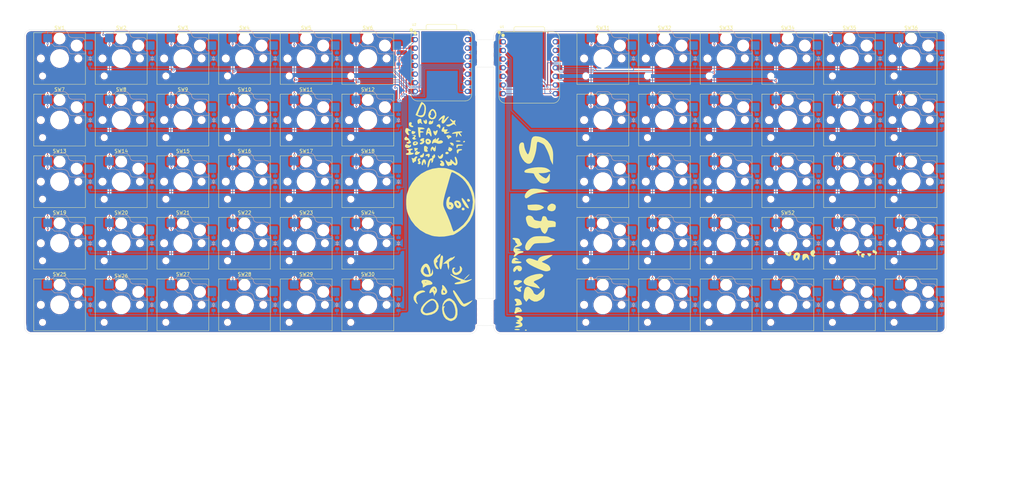
<source format=kicad_pcb>
(kicad_pcb (version 20241229) (generator "pcbnew") (generator_version "9.0")
  (layers (0 "F.Cu" signal) (2 "B.Cu" signal) (13 "F.Paste" user) (15 "B.Paste" user) (5 "F.SilkS" user "F.Silkscreen") (7 "B.SilkS" user "B.Silkscreen") (1 "F.Mask" user) (3 "B.Mask" user) (25 "Edge.Cuts" user))
  (net 0 "")
  (net 1 "Net-(D1-A)")
  (net 2 "/row 0")
  (net 3 "Net-(D2-A)")
  (net 4 "Net-(D3-A)")
  (net 5 "Net-(D4-A)")
  (net 6 "Net-(D5-A)")
  (net 7 "Net-(D6-A)")
  (net 8 "/row 1")
  (net 9 "Net-(D7-A)")
  (net 10 "Net-(D8-A)")
  (net 11 "Net-(D9-A)")
  (net 12 "Net-(D10-A)")
  (net 13 "Net-(D11-A)")
  (net 14 "Net-(D12-A)")
  (net 15 "Net-(D13-A)")
  (net 16 "/row 2")
  (net 17 "Net-(D14-A)")
  (net 18 "Net-(D15-A)")
  (net 19 "Net-(D16-A)")
  (net 20 "Net-(D17-A)")
  (net 21 "Net-(D18-A)")
  (net 22 "/row 3")
  (net 23 "Net-(D19-A)")
  (net 24 "Net-(D20-A)")
  (net 25 "Net-(D21-A)")
  (net 26 "Net-(D22-A)")
  (net 27 "Net-(D23-A)")
  (net 28 "Net-(D24-A)")
  (net 29 "/row 4")
  (net 30 "Net-(D25-A)")
  (net 31 "Net-(D26-A)")
  (net 32 "Net-(D27-A)")
  (net 33 "Net-(D28-A)")
  (net 34 "Net-(D29-A)")
  (net 35 "Net-(D30-A)")
  (net 36 "Net-(D31-A)")
  (net 37 "/row 0 2")
  (net 38 "/row 1 2")
  (net 39 "Net-(D32-A)")
  (net 40 "/row 2 2")
  (net 41 "Net-(D33-A)")
  (net 42 "Net-(D34-A)")
  (net 43 "/row 3 2")
  (net 44 "/row 4 2")
  (net 45 "Net-(D35-A)")
  (net 46 "Net-(D36-A)")
  (net 47 "Net-(D37-A)")
  (net 48 "Net-(D38-A)")
  (net 49 "Net-(D39-A)")
  (net 50 "Net-(D40-A)")
  (net 51 "Net-(D41-A)")
  (net 52 "Net-(D42-A)")
  (net 53 "Net-(D43-A)")
  (net 54 "Net-(D44-A)")
  (net 55 "Net-(D45-A)")
  (net 56 "Net-(D46-A)")
  (net 57 "Net-(D47-A)")
  (net 58 "Net-(D48-A)")
  (net 59 "Net-(D49-A)")
  (net 60 "Net-(D50-A)")
  (net 61 "Net-(D51-A)")
  (net 62 "Net-(D52-A)")
  (net 63 "Net-(D53-A)")
  (net 64 "Net-(D54-A)")
  (net 65 "Net-(D55-A)")
  (net 66 "Net-(D56-A)")
  (net 67 "Net-(D57-A)")
  (net 68 "Net-(D58-A)")
  (net 69 "Net-(D59-A)")
  (net 70 "Net-(D60-A)")
  (net 71 "/collumn 1")
  (net 72 "/collumn 2")
  (net 73 "/collumn 3")
  (net 74 "/collumn 4")
  (net 75 "/collumn 5")
  (net 76 "/collumn 0")
  (net 77 "/collumn 0 2")
  (net 78 "/collumn 1 2")
  (net 79 "/collumn 2 2")
  (net 80 "/collumn 3 2")
  (net 81 "/collumn 4 2")
  (net 82 "/collumn 5 2")
  (net 83 "GND1")
  (net 85 "GND")
  (footprint "ScottoKeebs_Hotswap:Hotswap_Choc_V1V2_1.00u" (layer "F.Cu") (at 90.24 53.57)
    (property "Reference" "SW10")
    (property "Value" "SW_Push_45deg")
  )
  (footprint "ScottoKeebs_Hotswap:Hotswap_Choc_V1V2_1.00u" (layer "F.Cu") (at 195.44 89.77)
    (property "Reference" "SW49" (hide yes))
    (property "Value" "SW_Push_45deg")
  )
  (footprint "ScottoKeebs_Hotswap:Hotswap_Choc_V1V2_1.00u" (layer "F.Cu") (at 126.44 53.57)
    (property "Reference" "SW12")
    (property "Value" "SW_Push_45deg")
  )
  (footprint "ScottoKeebs_Hotswap:Hotswap_Choc_V1V2_1.00u" (layer "F.Cu") (at 231.64 71.67)
    (property "Reference" "SW45" (hide yes))
    (property "Value" "SW_Push_45deg")
  )
  (footprint "ScottoKeebs_Hotswap:Hotswap_Choc_V1V2_1.00u" (layer "F.Cu") (at 35.94 107.87)
    (property "Reference" "SW25")
    (property "Value" "SW_Push_45deg")
  )
  (footprint "ScottoKeebs_Hotswap:Hotswap_Choc_V1V2_1.00u" (layer "F.Cu") (at 267.84 53.57)
    (property "Reference" "SW41" (hide yes))
    (property "Value" "SW_Push_45deg")
  )
  (footprint "ScottoKeebs_Hotswap:Hotswap_Choc_V1V2_1.00u" (layer "F.Cu") (at 126.44 89.77)
    (property "Reference" "SW24")
    (property "Value" "SW_Push_45deg")
  )
  (footprint "ScottoKeebs_Hotswap:Hotswap_Choc_V1V2_1.00u" (layer "F.Cu") (at 249.74 71.67)
    (property "Reference" "SW46" (hide yes))
    (property "Value" "SW_Push_45deg")
  )
  (footprint "ScottoKeebs_Hotswap:Hotswap_Choc_V1V2_1.00u" (layer "F.Cu") (at 72.14 89.77)
    (property "Reference" "SW21")
    (property "Value" "SW_Push_45deg")
  )
  (footprint "XIAO-:XIAO-nRF52840-DIP" (layer "F.Cu") (at 148.04 37.52)
    (property "Reference" "U2")
    (property "Value" "XIAO-nRF52840-DIP")
  )
  (footprint "ScottoKeebs_Hotswap:Hotswap_Choc_V1V2_1.00u" (layer "F.Cu") (at 195.44 53.57)
    (property "Reference" "SW37" (hide yes))
    (property "Value" "SW_Push_45deg")
  )
  (footprint "ScottoKeebs_Miscellaneous:Mouse_Bites_5" (layer "F.Cu") (at 162.46 33.97)
    (property "Reference" "REF**" (hide yes))
    (property "Value" "Mouse_Bites_5" (hide yes))
  )
  (footprint "ScottoKeebs_Hotswap:Hotswap_Choc_V1V2_1.00u" (layer "F.Cu") (at 126.44 107.87)
    (property "Reference" "SW30")
    (property "Value" "SW_Push_45deg")
  )
  (footprint "ScottoKeebs_Hotswap:Hotswap_Choc_V1V2_1.00u" (layer "F.Cu") (at 90.24 107.87)
    (property "Reference" "SW28")
    (property "Value" "SW_Push_45deg")
  )
  (footprint "ScottoKeebs_Hotswap:Hotswap_Choc_V1V2_1.00u" (layer "F.Cu") (at 90.24 71.67)
    (property "Reference" "SW16")
    (property "Value" "SW_Push_45deg")
  )
  (footprint "ScottoKeebs_Miscellaneous:Mouse_Bites_5" (layer "F.Cu") (at 159.43 33.96)
    (property "Reference" "REF**" (hide yes))
    (property "Value" "Mouse_Bites_5" (hide yes))
  )
  (footprint "ScottoKeebs_Hotswap:Hotswap_Choc_V1V2_1.00u" (layer "F.Cu") (at 90.24 35.47)
    (property "Reference" "SW4")
    (property "Value" "SW_Push_45deg")
  )
  (footprint "ScottoKeebs_Hotswap:Hotswap_Choc_V1V2_1.00u" (layer "F.Cu") (at 35.94 35.47)
    (property "Reference" "SW1")
    (property "Value" "SW_Push_45deg")
  )
  (footprint "ScottoKeebs_Hotswap:Hotswap_Choc_V1V2_1.00u" (layer "F.Cu") (at 126.44 71.67)
    (property "Reference" "SW18")
    (property "Value" "SW_Push_45deg")
  )
  (footprint "new:right" (layer "F.Cu") (at 164.4 72.17)
    (property "Reference" "G***" (hide yes))
    (property "Value" "LOGO" (hide yes))
  )
  (footprint "ScottoKeebs_Hotswap:Hotswap_Choc_V1V2_1.00u" (layer "F.Cu") (at 90.24 89.77)
    (property "Reference" "SW22")
    (property "Value" "SW_Push_45deg")
  )
  (footprint "ScottoKeebs_Hotswap:Hotswap_Choc_V1V2_1.00u" (layer "F.Cu") (at 108.34 53.57)
    (property "Reference" "SW11")
    (property "Value" "SW_Push_45deg")
  )
  (footprint "ScottoKeebs_Hotswap:Hotswap_Choc_V1V2_1.00u" (layer "F.Cu") (at 213.54 107.87)
    (property "Reference" "SW56" (hide yes))
    (property "Value" "SW_Push_45deg")
  )
  (footprint "ScottoKeebs_Miscellaneous:Mouse_Bites_5" (layer "F.Cu") (at 159.44 109.97)
    (property "Reference" "REF**" (hide yes))
    (property "Value" "Mouse_Bites_5" (hide yes))
  )
  (footprint "ScottoKeebs_Hotswap:Hotswap_Choc_V1V2_1.00u" (layer "F.Cu") (at 108.34 107.87)
    (property "Reference" "SW29")
    (property "Value" "SW_Push_45deg")
  )
  (footprint "ScottoKeebs_Hotswap:Hotswap_Choc_V1V2_1.00u" (layer "F.Cu") (at 72.14 35.47)
    (property "Reference" "SW3")
    (property "Value" "SW_Push_45deg")
  )
  (footprint "ScottoKeebs_Miscellaneous:Mouse_Bites_5" (layer "F.Cu") (at 162.44 109.97)
    (property "Reference" "REF**" (hide yes))
    (property "Value" "Mouse_Bites_5" (hide yes))
  )
  (footprint "ScottoKeebs_Hotswap:Hotswap_Choc_V1V2_1.00u" (layer "F.Cu") (at 249.74 89.77)
    (property "Reference" "SW52")
    (property "Value" "SW_Push_45deg")
  )
  (footprint "ScottoKeebs_Hotswap:Hotswap_Choc_V1V2_1.00u" (layer "F.Cu") (at 72.14 107.87)
    (property "Reference" "SW27")
    (property "Value" "SW_Push_45deg")
  )
  (footprint "ScottoKeebs_Hotswap:Hotswap_Choc_V1V2_1.00u" (layer "F.Cu") (at 108.34 89.77)
    (property "Reference" "SW23")
    (property "Value" "SW_Push_45deg")
  )
  (footprint "ScottoKeebs_Hotswap:Hotswap_Choc_V1V2_1.00u" (layer "F.Cu") (at 285.94 35.47)
    (property "Reference" "SW36")
    (property "Value" "SW_Push_45deg")
  )
  (footprint "ScottoKeebs_Hotswap:Hotswap_Choc_V1V2_1.00u" (layer "F.Cu") (at 35.94 53.57)
    (property "Reference" "SW7")
    (property "Value" "SW_Push_45deg")
  )
  (footprint "ScottoKeebs_Hotswap:Hotswap_Choc_V1V2_1.00u" (layer "F.Cu") (at 72.14 71.67)
    (property "Reference" "SW15")
    (property "Value" "SW_Push_45deg")
  )
  (footprint "ScottoKeebs_Hotswap:Hotswap_Choc_V1V2_1.00u" (layer "F.Cu") (at 54.04 71.67)
    (property "Reference" "SW14")
    (property "Value" "SW_Push_45deg")
  )
  (footprint "ScottoKeebs_Hotswap:Hotswap_Choc_V1V2_1.00u" (layer "F.Cu") (at 108.34 71.67)
    (property "Reference" "SW17")
    (property "Value" "SW_Push_45deg")
  )
  (footprint "ScottoKeebs_Hotswap:Hotswap_Choc_V1V2_1.00u" (layer "F.Cu") (at 267.84 71.67)
    (property "Reference" "SW47" (hide yes))
    (property "Value" "SW_Push_45deg")
  )
  (footprint "ScottoKeebs_Hotswap:Hotswap_Choc_V1V2_1.00u" (layer "F.Cu") (at 285.94 89.77)
    (property "Reference" "SW54" (hide yes))
    (property "Value" "SW_Push_45deg")
  )
  (footprint "ScottoKeebs_Hotswap:Hotswap_Choc_V1V2_1.00u" (layer "F.Cu") (at 249.74 107.87)
    (property "Reference" "SW58" (hide yes))
    (property "Value" "SW_Push_45deg")
  )
  (footprint "ScottoKeebs_Hotswap:Hotswap_Choc_V1V2_1.00u" (layer "F.Cu") (at 195.44 107.87)
    (property "Reference" "SW55" (hide yes))
    (property "Value" "SW_Push_45deg")
  )
  (footprint "ScottoKeebs_Hotswap:Hotswap_Choc_V1V2_1.00u" (layer "F.Cu") (at 54.04 89.77)
    (property "Reference" "SW20")
    (property "Value" "SW_Push_45deg")
  )
  (footprint "ScottoKeebs_Hotswap:Hotswap_Choc_V1V2_1.00u" (layer "F.Cu") (at 213.54 71.67)
    (property "Reference" "SW44" (hide yes))
    (property "Value" "SW_Push_45deg")
  )
  (footprint "ScottoKeebs_Hotswap:Hotswap_Choc_V1V2_1.00u" (layer "F.Cu") (at 35.94 89.77)
    (property "Reference" "SW19")
    (property "Value" "SW_Push_45deg")
  )
  (footprint "XIAO-:XIAO-nRF52840-DIP" (layer "F.Cu") (at 173.84 38.18)
    (property "Reference" "U1")
    (property "Value" "XIAO-nRF52840-DIP")
  )
  (footprint "ScottoKeebs_Hotswap:Hotswap_Choc_V1V2_1.00u" (layer "F.Cu") (at 285.94 107.87)
    (property "Reference" "SW60" (hide yes))
    (property "Value" "SW_Push_45deg")
  )
  (footprint "ScottoKeebs_Hotswap:Hotswap_Choc_V1V2_1.00u" (layer "F.Cu") (at 267.84 35.47)
    (property "Reference" "SW35")
    (property "Value" "SW_Push_45deg")
  )
  (footprint "ScottoKeebs_Hotswap:Hotswap_Choc_V1V2_1.00u" (layer "F.Cu") (at 267.84 107.87)
    (property "Reference" "SW59" (hide yes))
    (property "Value" "SW_Push_45deg")
  )
  (footprint "ScottoKeebs_Hotswap:Hotswap_Choc_V1V2_1.00u" (layer "F.Cu") (at 54.04 53.57)
    (property "Reference" "SW8")
    (property "Value" "SW_Push_45deg")
  )
  (footprint "ScottoKeebs_Hotswap:Hotswap_Choc_V1V2_1.00u" (layer "F.Cu") (at 231.64 107.87)
    (property "Reference" "SW57" (hide yes))
    (property "Value" "SW_Push_45deg")
  )
  (footprint "ScottoKeebs_Hotswap:Hotswap_Choc_V1V2_1.00u" (layer "F.Cu") (at 231.64 89.77)
    (property "Reference" "SW51" (hide yes))
    (property "Value" "SW_Push_45deg")
  )
  (footprint "ScottoKeebs_Hotswap:Hotswap_Choc_V1V2_1.00u" (layer "F.Cu") (at 195.44 35.47)
    (property "Reference" "SW31")
    (property "Value" "SW_Push_45deg")
  )
  (footprint "ScottoKeebs_Hotswap:Hotswap_Choc_V1V2_1.00u" (layer "F.Cu") (at 72.14 53.57)
    (property "Reference" "SW9")
    (property "Value" "SW_Push_45deg")
  )
  (footprint "ScottoKeebs_Hotswap:Hotswap_Choc_V1V2_1.00u" (layer "F.Cu") (at 213.54 53.57)
    (property "Reference" "SW38" (hide yes))
    (property "Value" "SW_Push_45deg" (hide yes))
  )
  (footprint "ScottoKeebs_Hotswap:Hotswap_Choc_V1V2_1.00u" (layer "F.Cu") (at 126.44 35.47)
    (property "Reference" "SW6")
    (property "Value" "SW_Push_45deg")
  )
  (footprint "ScottoKeebs_Hotswap:Hotswap_Choc_V1V2_1.00u" (layer "F.Cu") (at 54.04 107.87)
    (property "Reference" "SW26")
    (property "Value" "SW_Push_45deg")
  )
  (footprint "ScottoKeebs_Hotswap:Hotswap_Choc_V1V2_1.00u" (layer "F.Cu") (at 231.64 53.57)
    (property "Reference" "SW39" (hide yes))
    (property "Value" "SW_Push_45deg")
  )
  (footprint "ScottoKeebs_Hotswap:Hotswap_Choc_V1V2_1.00u" (layer "F.Cu") (at 108.34 35.47)
    (property "Reference" "SW5")
    (property "Value" "SW_Push_45deg")
  )
  (footprint "ScottoKeebs_Hotswap:Hotswap_Choc_V1V2_1.00u" (layer "F.Cu") (at 249.74 35.47)
    (property "Reference" "SW34")
    (property "Value" "SW_Push_45deg")
  )
  (footprint "ScottoKeebs_Hotswap:Hotswap_Choc_V1V2_1.00u" (layer "F.Cu") (at 213.54 35.47)
    (property "Reference" "SW32")
    (property "Value" "SW_Push_45deg")
  )
  (footprint "ScottoKeebs_Hotswap:Hotswap_Choc_V1V2_1.00u" (layer "F.Cu") (at 54.04 35.47)
    (property "Reference" "SW2")
    (property "Value" "SW_Push_45deg")
  )
  (footprint "new:left" (layer "F.Cu") (at 162.90067 70.712835)
    (property "Reference" "G***" (hide yes))
    (property "Value" "LOGO" (hide yes))
  )
  (footprint "ScottoKeebs_Hotswap:Hotswap_Choc_V1V2_1.00u" (layer "F.Cu") (at 35.94 71.67)
    (property "Reference" "SW13")
    (property "Value" "SW_Push_45deg")
  )
  (footprint "ScottoKeebs_Hotswap:Hotswap_Choc_V1V2_1.00u" (layer "F.Cu") (at 249.74 53.57)
    (property "Reference" "SW40" (hide yes))
    (property "Value" "SW_Push_45deg")
  )
  (footprint "ScottoKeebs_Hotswap:Hotswap_Choc_V1V2_1.00u" (layer "F.Cu") (at 285.94 71.67)
    (property "Reference" "SW48" (hide yes))
    (property "Value" "SW_Push_45deg")
  )
  (footprint "ScottoKeebs_Hotswap:Hotswap_Choc_V1V2_1.00u" (layer "F.Cu") (at 267.84 89.77)
    (property "Reference" "SW53" (hide yes))
    (property "Value" "SW_Push_45deg")
  )
  (footprint "ScottoKeebs_Hotswap:Hotswap_Choc_V1V2_1.00u" (layer "F.Cu") (at 285.94 53.57)
    (property "Reference" "SW42" (hide yes))
    (property "Value" "SW_Push_45deg")
  )
  (footprint "ScottoKeebs_Hotswap:Hotswap_Choc_V1V2_1.00u" (layer "F.Cu") (at 213.54 89.77)
    (property "Reference" "SW50" (hide yes))
    (property "Value" "SW_Push_45deg")
  )
  (footprint "ScottoKeebs_Hotswap:Hotswap_Choc_V1V2_1.00u" (layer "F.Cu") (at 195.44 71.67)
    (property "Reference" "SW43" (hide yes))
    (property "Value" "SW_Push_45deg")
  )
  (footprint "ScottoKeebs_Hotswap:Hotswap_Choc_V1V2_1.00u" (layer "F.Cu") (at 231.64 35.47)
    (property "Reference" "SW33")
    (property "Value" "SW_Push_45deg")
  )
  (footprint "ScottoKeebs_Components:Diode_SOD-123" (layer "B.Cu") (at 204.44 35.47 90)
    (property "Reference" "D31" (hide yes))
    (property "Value" "D")
  )
  (footprint "ScottoKeebs_Components:Diode_SOD-123" (layer "B.Cu") (at 81.24 53.57 90)
    (property "Reference" "D9" (hide yes))
    (property "Value" "D")
  )
  (footprint "ScottoKeebs_Components:Diode_SOD-123" (layer "B.Cu") (at 117.44 89.77 90)
    (property "Reference" "D23" (hide yes))
    (property "Value" "D")
  )
  (footprint "ScottoKeebs_Components:Diode_SOD-123" (layer "B.Cu") (at 222.54 107.87 90)
    (property "Reference" "D56" (hide yes))
    (property "Value" "D")
  )
  (footprint "ScottoKeebs_Components:Diode_SOD-123" (layer "B.Cu") (at 99.24 53.57 90)
    (property "Reference" "D10" (hide yes))
    (property "Value" "D")
  )
  (footprint "ScottoKeebs_Components:Diode_SOD-123" (layer "B.Cu") (at 135.44 107.87 90)
    (property "Reference" "D30" (hide yes))
    (property "Value" "D")
  )
  (footprint "ScottoKeebs_Components:Diode_SOD-123" (layer "B.Cu") (at 240.64 35.47 90)
    (property "Reference" "D33" (hide yes))
    (property "Value" "D")
  )
  (footprint "ScottoKeebs_Components:Diode_SOD-123" (layer "B.Cu") (at 99.24 107.87 90)
    (property "Reference" "D28" (hide yes))
    (property "Value" "D")
  )
  (footprint "ScottoKeebs_Components:Diode_SOD-123" (layer "B.Cu") (at 63.04 107.87 90)
    (property "Reference" "D26" (hide yes))
    (property "Value" "D")
  )
  (footprint "ScottoKeebs_Components:Diode_SOD-123" (layer "B.Cu") (at 276.84 89.77 90)
    (property "Reference" "D53" (hide yes))
    (property "Value" "D" (hide yes))
  )
  (footprint "ScottoKeebs_Components:Diode_SOD-123" (layer "B.Cu") (at 294.94 35.47 90)
    (property "Reference" "D36" (hide yes))
    (property "Value" "D")
  )
  (footprint "ScottoKeebs_Components:Diode_SOD-123" (layer "B.Cu") (at 258.74 107.87 90)
    (property "Reference" "D58" (hide yes))
    (property "Value" "D" (hide yes))
  )
  (footprint "ScottoKeebs_Components:Diode_SOD-123" (layer "B.Cu") (at 222.54 35.47 90)
    (property "Reference" "D32" (hide yes))
    (property "Value" "D")
  )
  (footprint "ScottoKeebs_Components:Diode_SOD-123" (layer "B.Cu") (at 81.14 89.77 90)
    (property "Reference" "D21" (hide yes))
    (property "Value" "D")
  )
  (footprint "ScottoKeebs_Components:Diode_SOD-123" (layer "B.Cu") (at 117.34 35.47 90)
    (property "Reference" "D5" (hide yes))
    (property "Value" "D")
  )
  (footprint "ScottoKeebs_Components:Diode_SOD-123" (layer "B.Cu") (at 276.84 35.47 90)
    (property "Reference" "D35" (hide yes))
    (property "Value" "D")
  )
  (footprint "ScottoKeebs_Components:Diode_SOD-123" (layer "B.Cu") (at 240.64 53.57 90)
    (property "Reference" "D39" (hide yes))
    (property "Value" "D")
  )
  (footprint "ScottoKeebs_Components:Diode_SOD-123" (layer "B.Cu") (at 240.64 89.77 90)
    (property "Reference" "D51" (hide yes))
    (property "Value" "D")
  )
  (footprint "ScottoKeebs_Components:Diode_SOD-123" (layer "B.Cu") (at 258.74 89.77 90)
    (property "Reference" "D52" (hide yes))
    (property "Value" "D")
  )
  (footprint "ScottoKeebs_Components:Diode_SOD-123" (layer "B.Cu") (at 294.94 107.87 90)
    (property "Reference" "D60" (hide yes))
    (property "Value" "D" (hide yes))
  )
  (footprint "ScottoKeebs_Components:Diode_SOD-123" (layer "B.Cu") (at 44.94 89.77 90)
    (property "Reference" "D19" (hide yes))
    (property "Value" "D")
  )
  (footprint "ScottoKeebs_Components:Diode_SOD-123" (layer "B.Cu") (at 81.14 71.67 90)
    (property "Reference" "D15" (hide yes))
    (property "Value" "D")
  )
  (footprint "ScottoKeebs_Components:Diode_SOD-123" (layer "B.Cu") (at 44.94 53.57 90)
    (property "Reference" "D7" (hide yes))
    (property "Value" "D")
  )
  (footprint "ScottoKeebs_Components:Diode_SOD-123" (layer "B.Cu") (at 276.94 107.87 90)
    (property "Reference" "D59" (hide yes))
    (property "Value" "D" (hide yes))
  )
  (footprint "ScottoKeebs_Components:Diode_SOD-123" (layer "B.Cu") (at 99.24 89.77 90)
    (property "Reference" "D22" (hide yes))
    (property "Value" "D")
  )
  (footprint "ScottoKeebs_Components:Diode_SOD-123" (layer "B.Cu") (at 117.34 107.87 90)
    (property "Reference" "D29" (hide yes))
    (property "Value" "D")
  )
  (footprint "ScottoKeebs_Components:Diode_SOD-123" (layer "B.Cu") (at 44.94 107.87 90)
    (property "Reference" "D25" (hide yes))
    (property "Value" "D")
  )
  (footprint "ScottoKeebs_Components:Diode_SOD-123" (layer "B.Cu") (at 276.84 53.57 90)
    (property "Reference" "D41" (hide yes))
    (property "Value" "D")
  )
  (footprint "ScottoKeebs_Components:Diode_SOD-123" (layer "B.Cu") (at 117.34 53.57 90)
    (property "Reference" "D11" (hide yes))
    (property "Value" "D")
  )
  (footprint "ScottoKeebs_Components:Diode_SOD-123" (layer "B.Cu") (at 81.14 107.87 90)
    (property "Reference" "D27" (hide yes))
    (property "Value" "D")
  )
  (footprint "ScottoKeebs_Components:Diode_SOD-123" (layer "B.Cu") (at 222.54 89.77 90)
    (property "Reference" "D50" (hide yes))
    (property "Value" "D")
  )
  (footprint "ScottoKeebs_Components:Diode_SOD-123" (layer "B.Cu") (at 258.74 71.67 90)
    (property "Reference" "D46" (hide yes))
    (property "Value" "D")
  )
  (footprint "ScottoKeebs_Components:Diode_SOD-123" (layer "B.Cu") (at 258.74 53.57 90)
    (property "Reference" "D40" (hide yes))
    (property "Value" "D")
  )
  (footprint "ScottoKeebs_Components:Diode_SOD-123" (layer "B.Cu") (at 99.24 71.67 90)
    (property "Reference" "D16" (hide yes))
    (property "Value" "D")
  )
  (footprint "ScottoKeebs_Components:Diode_SOD-123" (layer "B.Cu") (at 204.44 107.87 90)
    (property "Reference" "D55" (hide yes))
    (property "Value" "D")
  )
  (footprint "ScottoKeebs_Components:Diode_SOD-123" (layer "B.Cu") (at 240.64 107.87 90)
    (property "Reference" "D57" (hide yes))
    (property "Value" "D" (hide yes))
  )
  (footprint "ScottoKeebs_Components:Diode_SOD-123" (layer "B.Cu") (at 99.24 35.47 90)
    (property "Reference" "D4" (hide yes))
    (property "Value" "D")
  )
  (footprint "ScottoKeebs_Components:Diode_SOD-123" (layer "B.Cu") (at 63.04 71.67 90)
    (property "Reference" "D14" (hide yes))
    (property "Value" "D")
  )
  (footprint "ScottoKeebs_Components:Diode_SOD-123" (layer "B.Cu") (at 135.44 71.67 90)
    (property "Reference" "D18" (hide yes))
    (property "Value" "D")
  )
  (footprint "ScottoKeebs_Components:Diode_SOD-123" (layer "B.Cu") (at 222.54 53.57 90)
    (property "Reference" "D38" (hide yes))
    (property "Value" "D")
  )
  (footprint "ScottoKeebs_Components:Diode_SOD-123" (layer "B.Cu") (at 44.94 35.47 90)
    (property "Reference" "D1" (hide yes))
    (property "Value" "D")
  )
  (footprint "ScottoKeebs_Components:Diode_SOD-123" (layer "B.Cu") (at 294.94 71.67 90)
    (property "Reference" "D48" (hide yes))
    (property "Value" "D")
  )
  (footprint "ScottoKeebs_Components:Diode_SOD-123" (layer "B.Cu") (at 240.74 71.67 90)
    (property "Reference" "D45" (hide yes))
    (property "Value" "D")
  )
  (footprint "ScottoKeebs_Components:Diode_SOD-123" (layer "B.Cu") (at 294.94 53.57 90)
    (property "Reference" "D42" (hide yes))
    (property "Value" "D")
  )
  (footprint "ScottoKeebs_Components:Diode_SOD-123" (layer "B.Cu") (at 135.44 89.77 90)
    (property "Reference" "D24" (hide yes))
    (property "Value" "D")
  )
  (footprint "ScottoKeebs_Components:Diode_SOD-123" (layer "B.Cu") (at 135.44 35.47 90)
    (property "Reference" "D6" (hide yes))
    (property "Value" "D")
  )
  (footprint "ScottoKeebs_Components:Diode_SOD-123" (layer "B.Cu") (at 294.94 89.77 90)
    (property "Reference" "D54" (hide yes))
    (property "Value" "D" (hide yes))
  )
  (footprint "ScottoKeebs_Components:Diode_SOD-123" (layer "B.Cu") (at 204.44 71.67 90)
    (property "Reference" "D43" (hide yes))
    (property "Value" "D")
  )
  (footprint "ScottoKeebs_Components:Diode_SOD-123" (layer "B.Cu") (at 204.44 89.77 90)
    (property "Reference" "D49" (hide yes))
    (property "Value" "D")
  )
  (footprint "ScottoKeebs_Components:Diode_SOD-123" (layer "B.Cu") (at 276.84 71.67 90)
    (property "Reference" "D47" (hide yes))
    (property "Value" "D")
  )
  (footprint "ScottoKeebs_Components:Diode_SOD-123" (layer "B.Cu") (at 81.14 35.47 90)
    (property "Reference" "D3" (hide yes))
    (property "Value" "D")
  )
  (footprint "ScottoKeebs_Components:Diode_SOD-123" (layer "B.Cu") (at 135.44 53.57 90)
    (property "Reference" "D12" (hide yes))
    (property "Value" "D")
  )
  (footprint "ScottoKeebs_Components:Diode_SOD-123" (layer "B.Cu") (at 258.74 35.47 90)
    (property "Reference" "D34" (hide yes))
    (property "Value" "D")
  )
  (footprint "ScottoKeebs_Components:Diode_SOD-123" (layer "B.Cu") (at 222.54 71.67 90)
    (property "Reference" "D44" (hide yes))
    (property "Value" "D")
  )
  (footprint "ScottoKeebs_Components:Diode_SOD-123" (layer "B.Cu") (at 63.14 35.47 90)
    (property "Reference" "D2" (hide yes))
    (property "Value" "D")
  )
  (footprint "ScottoKeebs_Components:Diode_SOD-123" (layer "B.Cu") (at 44.94 71.67 90)
    (property "Reference" "D13" (hide yes))
    (property "Value" "D")
  )
  (footprint "ScottoKeebs_Components:Diode_SOD-123" (layer "B.Cu") (at 204.44 53.57 90)
    (property "Reference" "D37" (hide yes))
    (property "Value" "D")
  )
  (footprint "ScottoKeebs_Components:Diode_SOD-123" (layer "B.Cu") (at 117.34 71.67 90)
    (property "Reference" "D17" (hide yes))
    (property "Value" "D")
  )
  (footprint "ScottoKeebs_Components:Diode_SOD-123" (layer "B.Cu") (at 63.04 89.77 90)
    (property "Reference" "D20" (hide yes))
    (property "Value" "D")
  )
  (footprint "ScottoKeebs_Components:Diode_SOD-123" (layer "B.Cu") (at 63.14 53.57 90)
    (property "Reference" "D8" (hide yes))
    (property "Value" "D")
  )
  (gr_line (start 158.44 114.37) (end 158.44 113.97) (stroke (width 0.05)) (layer "Edge.Cuts"))
  (gr_line (start 163.44 29.97) (end 163.44 28.97) (stroke (width 0.05)) (layer "Edge.Cuts"))
  (gr_line (start 165.44 26.97) (end 294.24 26.97) (stroke (width 0.05)) (layer "Edge.Cuts"))
  (gr_line (start 296.24 28.97) (end 296.24 114.37) (stroke (width 0.05)) (layer "Edge.Cuts"))
  (gr_line (start 163.44 37.97) (end 163.44 105.97) (stroke (width 0.05)) (layer "Edge.Cuts"))
  (gr_arc (start 158.44 114.37) (mid 157.854214 115.784214) (end 156.44 116.37) (stroke (width 0.05)) (layer "Edge.Cuts"))
  (gr_arc (start 163.44 28.97) (mid 164.025786 27.555786) (end 165.44 26.97) (stroke (width 0.05)) (layer "Edge.Cuts"))
  (gr_arc (start 27.638 116.37) (mid 26.223786 115.784214) (end 25.638 114.37) (stroke (width 0.05)) (layer "Edge.Cuts"))
  (gr_arc (start 165.44 116.37) (mid 164.025786 115.784214) (end 163.44 114.37) (stroke (width 0.05)) (layer "Edge.Cuts"))
  (gr_line (start 158.44 37.97) (end 163.44 37.97) (stroke (width 0.05)) (layer "Edge.Cuts"))
  (gr_line (start 27.638 26.97) (end 156.44 26.97) (stroke (width 0.05)) (layer "Edge.Cuts"))
  (gr_line (start 25.638 114.37) (end 25.638 28.97) (stroke (width 0.05)) (layer "Edge.Cuts"))
  (gr_line (start 158.44 29.97) (end 158.44 28.97) (stroke (width 0.05)) (layer "Edge.Cuts"))
  (gr_line (start 294.24 116.37) (end 165.44 116.37) (stroke (width 0.05)) (layer "Edge.Cuts"))
  (gr_arc (start 296.24 114.37) (mid 295.654214 115.784214) (end 294.24 116.37) (stroke (width 0.05)) (layer "Edge.Cuts"))
  (gr_line (start 158.44 29.97) (end 163.44 29.97) (stroke (width 0.05)) (layer "Edge.Cuts"))
  (gr_arc (start 156.44 26.97) (mid 157.854214 27.555786) (end 158.44 28.97) (stroke (width 0.05)) (layer "Edge.Cuts"))
  (gr_arc (start 294.24 26.97) (mid 295.654214 27.555786) (end 296.24 28.97) (stroke (width 0.05)) (layer "Edge.Cuts"))
  (gr_line (start 158.44 105.97) (end 163.44 105.97) (stroke (width 0.05)) (layer "Edge.Cuts"))
  (gr_line (start 158.44 113.97) (end 163.44 113.97) (stroke (width 0.05)) (layer "Edge.Cuts"))
  (gr_arc (start 25.638 28.97) (mid 26.223786 27.555786) (end 27.638 26.97) (stroke (width 0.05)) (layer "Edge.Cuts"))
  (gr_line (start 156.44 116.37) (end 27.638 116.37) (stroke (width 0.05)) (layer "Edge.Cuts"))
  (gr_line (start 163.44 114.37) (end 163.44 113.97) (stroke (width 0.05)) (layer "Edge.Cuts"))
  (gr_line (start 158.44 105.97) (end 158.44 37.97) (stroke (width 0.05)) (layer "Edge.Cuts"))
  (segment (start 44.94 32.17) (end 44.44 31.67) (width 0.2) (layer "B.Cu") (net 1))
  (segment (start 44.94 33.82) (end 44.94 32.17) (width 0.2) (layer "B.Cu") (net 1))
  (segment (start 117.34 38.346) (end 135.44 38.346) (width 0.2) (layer "B.Cu") (net 2))
  (segment (start 136.029 34.571) (end 136.03911 34.571) (width 0.2) (layer "B.Cu") (net 2))
  (segment (start 140.42 30.18) (end 140.42 29.9) (width 0.2) (layer "B.Cu") (net 2))
  (segment (start 63.14 38.346) (end 81.14 38.346) (width 0.2) (layer "B.Cu") (net 2))
  (segment (start 136.03911 34.571) (end 136.341 34.26911) (width 0.2) (layer "B.Cu") (net 2))
  (segment (start 135.44 38.346) (end 135.44 37.12) (width 0.2) (layer "B.Cu") (net 2))
  (segment (start 136.341 34.259) (end 140.42 30.18) (width 0.2) (layer "B.Cu") (net 2))
  (segment (start 44.94 37.12) (end 44.94 38.346) (width 0.2) (layer "B.Cu") (net 2))
  (segment (start 99.24 38.346) (end 99.24 37.12) (width 0.2) (layer "B.Cu") (net 2))
  (segment (start 81.14 38.346) (end 81.14 37.12) (width 0.2) (layer "B.Cu") (net 2))
  (segment (start 63.14 38.346) (end 63.14 37.12) (width 0.2) (layer "B.Cu") (net 2))
  (segment (start 135.44 35.16) (end 136.029 34.571) (width 0.2) (layer "B.Cu") (net 2))
  (segment (start 99.24 38.346) (end 117.34 38.346) (width 0.2) (layer "B.Cu") (net 2))
  (segment (start 44.94 38.346) (end 63.14 38.346) (width 0.2) (layer "B.Cu") (net 2))
  (segment (start 136.341 34.26911) (end 136.341 34.259) (width 0.2) (layer "B.Cu") (net 2))
  (segment (start 117.34 38.346) (end 117.34 37.12) (width 0.2) (layer "B.Cu") (net 2))
  (segment (start 135.44 37.12) (end 135.44 35.16) (width 0.2) (layer "B.Cu") (net 2))
  (segment (start 81.14 38.346) (end 99.24 38.346) (width 0.2) (layer "B.Cu") (net 2))
  (segment (start 63.14 33.82) (end 63.14 32.27) (width 0.2) (layer "B.Cu") (net 3))
  (segment (start 63.14 32.27) (end 62.54 31.67) (width 0.2) (layer "B.Cu") (net 3))
  (segment (start 81.14 33.82) (end 81.14 32.17) (width 0.2) (layer "B.Cu") (net 4))
  (segment (start 81.14 32.17) (end 80.64 31.67) (width 0.2) (layer "B.Cu") (net 4))
  (segment (start 99.24 33.82) (end 99.24 32.17) (width 0.2) (layer "B.Cu") (net 5))
  (segment (start 99.24 32.17) (end 98.74 31.67) (width 0.2) (layer "B.Cu") (net 5))
  (segment (start 117.34 33.82) (end 117.34 32.17) (width 0.2) (layer "B.Cu") (net 6))
  (segment (start 117.34 32.17) (end 116.84 31.67) (width 0.2) (layer "B.Cu") (net 6))
  (segment (start 135.44 32.17) (end 134.94 31.67) (width 0.2) (layer "B.Cu") (net 7))
  (segment (start 135.44 33.82) (end 135.44 32.17) (width 0.2) (layer "B.Cu") (net 7))
  (segment (start 134.47 44.04447) (end 134.47 32.44) (width 0.2) (layer "F.Cu") (net 8))
  (segment (start 134.47 32.44) (end 139.585 32.44) (width 0.2) (layer "F.Cu") (net 8))
  (via (at 134.47 44.04447) (size 0.6) (drill 0.3) (layers "F.Cu" "B.Cu") (net 8))
  (segment (start 135.44 56.446) (end 135.44 55.22) (width 0.2) (layer "B.Cu") (net 8))
  (segment (start 117.34 56.446) (end 117.34 55.22) (width 0.2) (layer "B.Cu") (net 8))
  (segment (start 117.34 55.22) (end 117.34 56.298) (width 0.2) (layer "B.Cu") (net 8))
  (segment (start 136.516 48.219) (end 136.516 55.22) (width 0.2) (layer "B.Cu") (net 8))
  (segment (start 81.24 55.22) (end 81.24 56.446) (width 0.2) (layer "B.Cu") (net 8))
  (segment (start 63.14 55.22) (end 63.14 56.444) (width 0.2) (layer "B.Cu") (net 8))
  (segment (start 134.47 44.04447) (end 135.12 44.04447) (width 0.2) (layer "B.Cu") (net 8))
  (segment (start 135.12 44.04447) (end 135.12 48.219) (width 0.2) (layer "B.Cu") (net 8))
  (segment (start 99.24 56.446) (end 117.34 56.446) (width 0.2) (layer "B.Cu") (net 8))
  (segment (start 73.331278 56.446) (end 73.333278 56.444) (width 0.2) (layer "B.Cu") (net 8))
  (segment (start 81.24 56.444) (end 81.24 55.22) (width 0.2) (layer "B.Cu") (net 8))
  (segment (start 73.333278 56.444) (end 81.24 56.444) (width 0.2) (layer "B.Cu") (net 8))
  (segment (start 63.14 56.444) (end 70.946722 56.444) (width 0.2) (layer "B.Cu") (net 8))
  (segment (start 44.94 56.446) (end 63.14 56.446) (width 0.2) (layer "B.Cu") (net 8))
  (segment (start 70.946722 56.444) (end 70.948722 56.446) (width 0.2) (layer "B.Cu") (net 8))
  (segment (start 70.948722 56.446) (end 73.331278 56.446) (width 0.2) (layer "B.Cu") (net 8))
  (segment (start 135.12 48.219) (end 136.516 48.219) (width 0.2) (layer "B.Cu") (net 8))
  (segment (start 117.34 56.298) (end 117.488 56.446) (width 0.2) (layer "B.Cu") (net 8))
  (segment (start 44.94 55.22) (end 44.94 56.446) (width 0.2) (layer "B.Cu") (net 8))
  (segment (start 81.24 56.446) (end 99.24 56.446) (width 0.2) (layer "B.Cu") (net 8))
  (segment (start 136.516 55.22) (end 135.44 55.22) (width 0.2) (layer "B.Cu") (net 8))
  (segment (start 99.24 55.22) (end 99.24 56.446) (width 0.2) (layer "B.Cu") (net 8))
  (segment (start 117.488 56.446) (end 135.44 56.446) (width 0.2) (layer "B.Cu") (net 8))
  (segment (start 63.14 56.446) (end 63.14 55.22) (width 0.2) (layer "B.Cu") (net 8))
  (segment (start 44.94 51.92) (end 44.94 50.27) (width 0.2) (layer "B.Cu") (net 9))
  (segment (start 44.94 50.27) (end 44.44 49.77) (width 0.2) (layer "B.Cu") (net 9))
  (segment (start 63.14 50.37) (end 62.54 49.77) (width 0.2) (layer "B.Cu") (net 10))
  (segment (start 63.14 51.92) (end 63.14 50.37) (width 0.2) (layer "B.Cu") (net 10))
  (segment (start 81.24 51.92) (end 81.24 50.37) (width 0.2) (layer "B.Cu") (net 11))
  (segment (start 81.24 50.37) (end 80.64 49.77) (width 0.2) (layer "B.Cu") (net 11))
  (segment (start 99.24 50.27) (end 98.74 49.77) (width 0.2) (layer "B.Cu") (net 12))
  (segment (start 99.24 51.92) (end 99.24 50.27) (width 0.2) (layer "B.Cu") (net 12))
  (segment (start 117.34 50.27) (end 116.84 49.77) (width 0.2) (layer "B.Cu") (net 13))
  (segment (start 117.34 51.92) (end 117.34 50.27) (width 0.2) (layer "B.Cu") (net 13))
  (segment (start 135.44 50.27) (end 134.94 49.77) (width 0.2) (layer "B.Cu") (net 14))
  (segment (start 135.44 51.92) (end 135.44 50.27) (width 0.2) (layer "B.Cu") (net 14))
  (segment (start 44.94 68.37) (end 44.44 67.87) (width 0.2) (layer "B.Cu") (net 15))
  (segment (start 44.94 70.02) (end 44.94 68.37) (width 0.2) (layer "B.Cu") (net 15))
  (segment (start 135.72 34.98) (end 140.42 34.98) (width 0.2) (layer "F.Cu") (net 16))
  (segment (start 135.72 47.619) (end 135.72 34.98) (width 0.2) (layer "F.Cu") (net 16))
  (via (at 135.72 47.619) (size 0.6) (drill 0.3) (layers "F.Cu" "B.Cu") (net 16))
  (segment (start 44.94 74.546) (end 63.04 74.546) (width 0.2) (layer "B.Cu") (net 16))
  (segment (start 99.24 74.546) (end 99.24 73.32) (width 0.2) (layer "B.Cu") (net 16))
  (segment (start 135.44 73.32) (end 135.44 74.546) (width 0.2) (layer "B.Cu") (net 16))
  (segment (start 136.92 73.32) (end 135.44 73.32) (width 0.2) (layer "B.Cu") (net 16))
  (segment (start 44.94 73.32) (end 44.94 74.546) (width 0.2) (layer "B.Cu") (net 16))
  (segment (start 135.44 74.546) (end 117.34 74.546) (width 0.2) (layer "B.Cu") (net 16))
  (segment (start 63.04 74.546) (end 81.14 74.546) (width 0.2) (layer "B.Cu") (net 16))
  (segment (start 117.34 74.546) (end 117.34 73.32) (width 0.2) (layer "B.Cu") (net 16))
  (segment (start 81.14 74.546) (end 81.14 73.32) (width 0.2) (layer "B.Cu") (net 16))
  (segment (start 63.04 74.546) (end 63.04 73.32) (width 0.2) (layer "B.Cu") (net 16))
  (segment (start 81.14 74.546) (end 99.24 74.546) (width 0.2) (layer "B.Cu") (net 16))
  (segment (start 135.919 47.818) (end 136.92 47.818) (width 0.2) (layer "B.Cu") (net 16))
  (segment (start 136.92 47.818) (end 136.92 73.32) (width 0.2) (layer "B.Cu") (net 16))
  (segment (start 99.24 74.546) (end 117.34 74.546) (width 0.2) (layer "B.Cu") (net 16))
  (segment (start 135.72 47.619) (end 135.919 47.818) (width 0.2) (layer "B.Cu") (net 16))
  (segment (start 63.04 68.37) (end 62.54 67.87) (width 0.2) (layer "B.Cu") (net 17))
  (segment (start 63.04 70.02) (end 63.04 68.37) (width 0.2) (layer "B.Cu") (net 17))
  (segment (start 81.14 70.02) (end 81.14 68.37) (width 0.2) (layer "B.Cu") (net 18))
  (segment (start 81.14 68.37) (end 80.64 67.87) (width 0.2) (layer "B.Cu") (net 18))
  (segment (start 99.24 70.02) (end 99.24 68.37) (width 0.2) (layer "B.Cu") (net 19))
  (segment (start 99.24 68.37) (end 98.74 67.87) (width 0.2) (layer "B.Cu") (net 19))
  (segment (start 117.34 68.37) (end 116.84 67.87) (width 0.2) (layer "B.Cu") (net 20))
  (segment (start 117.34 70.02) (end 117.34 68.37) (width 0.2) (layer "B.Cu") (net 20))
  (segment (start 135.44 70.02) (end 135.44 68.37) (width 0.2) (layer "B.Cu") (net 21))
  (segment (start 135.44 68.37) (end 134.94 67.87) (width 0.2) (layer "B.Cu") (net 21))
  (segment (start 136.32 46.54) (end 136.32 37.52) (width 0.2) (layer "F.Cu") (net 22))
  (segment (start 136.32 37.52) (end 139.585 37.52) (width 0.2) (layer "F.Cu") (net 22))
  (via (at 136.32 46.54) (size 0.6) (drill 0.3) (layers "F.Cu" "B.Cu") (net 22))
  (segment (start 117.44 92.646) (end 117.44 91.42) (width 0.2) (layer "B.Cu") (net 22))
  (segment (start 44.94 92.65) (end 63.04 92.65) (width 0.2) (layer "B.Cu") (net 22))
  (segment (start 63.04 92.646) (end 81.14 92.646) (width 0.2) (layer "B.Cu") (net 22))
  (segment (start 63.04 92.65) (end 63.04 91.42) (width 0.2) (layer "B.Cu") (net 22))
  (segment (start 81.14 92.646) (end 81.14 91.42) (width 0.2) (layer "B.Cu") (net 22))
  (segment (start 63.04 91.42) (end 63.04 92.646) (width 0.2) (layer "B.Cu") (net 22))
  (segment (start 99.24 92.646) (end 99.24 91.42) (width 0.2) (layer "B.Cu") (net 22))
  (segment (start 81.14 92.646) (end 99.24 92.646) (width 0.2) (layer "B.Cu") (net 22))
  (segment (start 136.32 46.54) (end 137.33 46.54) (width 0.2) (layer "B.Cu") (net 22))
  (segment (start 137.33 46.54) (end 137.33 91.42) (width 0.2) (layer "B.Cu") (net 22))
  (segment (start 135.44 92.646) (end 135.44 91.42) (width 0.2) (layer "B.Cu") (net 22))
  (segment (start 137.33 91.42) (end 135.44 91.42) (width 0.2) (layer "B.Cu") (net 22))
  (segment (start 44.94 91.42) (end 44.94 92.65) (width 0.2) (layer "B.Cu") (net 22))
  (segment (start 99.24 92.646) (end 117.44 92.646) (width 0.2) (layer "B.Cu") (net 22))
  (segment (start 117.44 92.646) (end 135.44 92.646) (width 0.2) (layer "B.Cu") (net 22))
  (segment (start 44.94 88.12) (end 44.94 86.47) (width 0.2) (layer "B.Cu") (net 23))
  (segment (start 44.94 86.47) (end 44.44 85.97) (width 0.2) (layer "B.Cu") (net 23))
  (segment (start 63.04 86.47) (end 62.54 85.97) (width 0.2) (layer "B.Cu") (net 24))
  (segment (start 63.04 88.12) (end 63.04 86.47) (width 0.2) (layer "B.Cu") (net 24))
  (segment (start 81.14 88.12) (end 81.14 86.47) (width 0.2) (layer "B.Cu") (net 25))
  (segment (start 81.14 86.47) (end 80.64 85.97) (width 0.2) (layer "B.Cu") (net 25))
  (segment (start 99.24 86.47) (end 98.74 85.97) (width 0.2) (layer "B.Cu") (net 26))
  (segment (start 99.24 88.12) (end 99.24 86.47) (width 0.2) (layer "B.Cu") (net 26))
  (segment (start 117.44 86.57) (end 116.84 85.97) (width 0.2) (layer "B.Cu") (net 27))
  (segment (start 117.44 88.12) (end 117.44 86.57) (width 0.2) (layer "B.Cu") (net 27))
  (segment (start 135.44 88.12) (end 135.44 86.47) (width 0.2) (layer "B.Cu") (net 28))
  (segment (start 135.44 86.47) (end 134.94 85.97) (width 0.2) (layer "B.Cu") (net 28))
  (segment (start 136.943839 45.94) (end 136.943839 40.06) (width 0.2) (layer "F.Cu") (net 29))
  (segment (start 136.943839 40.06) (end 139.585 40.06) (width 0.2) (layer "F.Cu") (net 29))
  (via (at 136.943839 45.94) (size 0.6) (drill 0.3) (layers "F.Cu" "B.Cu") (net 29))
  (segment (start 44.94 109.52) (end 44.94 110.746) (width 0.2) (layer "B.Cu") (net 29))
  (segment (start 81.14 110.746) (end 81.14 109.52) (width 0.2) (layer "B.Cu") (net 29))
  (segment (start 117.34 109.52) (end 117.34 110.746) (width 0.2) (layer "B.Cu") (net 29))
  (segment (start 99.24 110.746) (end 81.14 110.746) (width 0.2) (layer "B.Cu") (net 29))
  (segment (start 63.04 110.746) (end 81.14 110.746) (width 0.2) (layer "B.Cu") (net 29))
  (segment (start 135.44 109.52) (end 135.44 110.81) (width 0.2) (layer "B.Cu") (net 29))
  (segment (start 117.34 110.746) (end 99.24 110.746) (width 0.2) (layer "B.Cu") (net 29))
  (segment (start 135.44 109.52) (end 137.731 109.52) (width 0.2) (layer "B.Cu") (net 29))
  (segment (start 63.04 110.746) (end 63.04 109.52) (width 0.2) (layer "B.Cu") (net 29))
  (segment (start 117.34 110.81) (end 117.34 109.52) (width 0.2) (layer "B.Cu") (net 29))
  (segment (start 137.731 109.52) (end 137.731 45.94) (width 0.2) (layer "B.Cu") (net 29))
  (segment (start 99.24 109.52) (end 99.24 110.746) (width 0.2) (layer "B.Cu") (net 29))
  (segment (start 44.94 110.746) (end 63.04 110.746) (width 0.2) (layer "B.Cu") (net 29))
  (segment (start 135.44 110.81) (end 117.34 110.81) (width 0.2) (layer "B.Cu") (net 29))
  (segment (start 137.731 45.94) (end 136.943839 45.94) (width 0.2) (layer "B.Cu") (net 29))
  (segment (start 44.94 104.57) (end 44.44 104.07) (width 0.2) (layer "B.Cu") (net 30))
  (segment (start 44.94 106.22) (end 44.94 104.57) (width 0.2) (layer "B.Cu") (net 30))
  (segment (start 63.04 104.57) (end 62.54 104.07) (width 0.2) (layer "B.Cu") (net 31))
  (segment (start 63.04 106.22) (end 63.04 104.57) (width 0.2) (layer "B.Cu") (net 31))
  (segment (start 81.14 104.57) (end 80.64 104.07) (width 0.2) (layer "B.Cu") (net 32))
  (segment (start 81.14 106.22) (end 81.14 104.57) (width 0.2) (layer "B.Cu") (net 32))
  (segment (start 99.24 106.22) (end 99.24 104.57) (width 0.2) (layer "B.Cu") (net 33))
  (segment (start 99.24 104.57) (end 98.74 104.07) (width 0.2) (layer "B.Cu") (net 33))
  (segment (start 117.34 106.22) (end 117.34 104.57) (width 0.2) (layer "B.Cu") (net 34))
  (segment (start 117.34 104.57) (end 116.84 104.07) (width 0.2) (layer "B.Cu") (net 34))
  (segment (start 135.44 106.22) (end 135.44 105.9) (width 0.2) (layer "B.Cu") (net 35))
  (segment (start 134.94 105.4) (end 134.94 104.07) (width 0.2) (layer "B.Cu") (net 35))
  (segment (start 135.44 105.9) (end 134.94 105.4) (width 0.2) (layer "B.Cu") (net 35))
  (segment (start 135.44 106.22) (end 135.60116 106.22) (width 0.2) (layer "B.Cu") (net 35))
  (segment (start 204.44 33.82) (end 204.44 32.17) (width 0.2) (layer "B.Cu") (net 36))
  (segment (start 204.44 32.17) (end 203.94 31.67) (width 0.2) (layer "B.Cu") (net 36))
  (segment (start 178.895 43.646) (end 178.895 43.235) (width 0.2) (layer "F.Cu") (net 37))
  (segment (start 179.135 43.886) (end 178.895 43.646) (width 0.2) (layer "F.Cu") (net 37))
  (segment (start 178.895 43.235) (end 166.22 30.56) (width 0.2) (layer "F.Cu") (net 37))
  (via (at 179.135 43.886) (size 0.6) (drill 0.3) (layers "F.Cu" "B.Cu") (net 37))
  (segment (start 258.74 37.12) (end 258.74 38.346) (width 0.2) (layer "B.Cu") (net 37))
  (segment (start 294.94 38.346) (end 294.94 37.12) (width 0.2) (layer "B.Cu") (net 37))
  (segment (start 276.84 37.12) (end 276.84 38.346) (width 0.2) (layer "B.Cu") (net 37))
  (segment (start 222.54 38.346) (end 240.64 38.346) (width 0.2) (layer "B.Cu") (net 37))
  (segment (start 192.856 38.16) (end 182.924 38.16) (width 0.2) (layer "B.Cu") (net 37))
  (segment (start 204.44 38.346) (end 222.54 38.346) (width 0.2) (layer "B.Cu") (net 37))
  (segment (start 204.44 37.12) (end 204.44 38.346) (width 0.2) (layer "B.Cu") (net 37))
  (segment (start 276.84 38.346) (end 294.94 38.346) (width 0.2) (layer "B.Cu") (net 37))
  (segment (start 222.54 38.346) (end 222.54 37.12) (width 0.2) (layer "B.Cu") (net 37))
  (segment (start 240.64 37.12) (end 240.64 38.346) (width 0.2) (layer "B.Cu") (net 37))
  (segment (start 204.44 38.346) (end 204.44 39.048) (width 0.2) (layer "B.Cu") (net 37))
  (segment (start 240.64 38.346) (end 258.74 38.346) (width 0.2) (layer "B.Cu") (net 37))
  (segment (start 258.74 38.346) (end 276.84 38.346) (width 0.2) (layer "B.Cu") (net 37))
  (segment (start 193.744 39.048) (end 192.856 38.16) (width 0.2) (layer "B.Cu") (net 37))
  (segment (start 204.44 39.048) (end 193.744 39.048) (width 0.2) (layer "B.Cu") (net 37))
  (segment (start 179.135 36.716) (end 179.135 43.886) (width 0.2) (layer "B.Cu") (net 37))
  (segment (start 182.924 36.716) (end 179.135 36.716) (width 0.2) (layer "B.Cu") (net 37))
  (segment (start 182.924 38.16) (end 182.924 36.716) (width 0.2) (layer "B.Cu") (net 37))
  (segment (start 258.74 56.446) (end 276.84 56.446) (width 0.2) (layer "B.Cu") (net 38))
  (segment (start 204.44 56.446) (end 222.54 56.446) (width 0.2) (layer "B.Cu") (net 38))
  (segment (start 276.84 56.446) (end 294.94 56.446) (width 0.2) (layer "B.Cu") (net 38))
  (segment (start 204.44 56.446) (end 174.243 56.446) (width 0.2) (layer "B.Cu") (net 38))
  (segment (start 174.243 56.446) (end 168.486 50.689) (width 0.2) (layer "B.Cu") (net 38))
  (segment (start 222.54 56.446) (end 222.54 55.22) (width 0.2) (layer "B.Cu") (net 38))
  (segment (start 168.486 35.366) (end 166.22 33.1) (width 0.2) (layer "B.Cu") (net 38))
  (segment (start 240.64 56.446) (end 258.74 56.446) (width 0.2) (layer "B.Cu") (net 38))
  (segment (start 168.486 50.689) (end 168.486 35.366) (width 0.2) (layer "B.Cu") (net 38))
  (segment (start 222.54 56.446) (end 240.64 56.446) (width 0.2) (layer "B.Cu") (net 38))
  (segment (start 240.64 56.446) (end 240.64 55.22) (width 0.2) (layer "B.Cu") (net 38))
  (segment (start 204.44 55.22) (end 204.44 56.446) (width 0.2) (layer "B.Cu") (net 38))
  (segment (start 276.84 56.446) (end 276.84 55.22) (width 0.2) (layer "B.Cu") (net 38))
  (segment (start 294.94 56.446) (end 294.94 55.22) (width 0.2) (layer "B.Cu") (net 38))
  (segment (start 258.74 56.446) (end 258.74 55.22) (width 0.2) (layer "B.Cu") (net 38))
  (segment (start 222.04 33.32) (end 222.54 33.82) (width 0.2) (layer "B.Cu") (net 39))
  (segment (start 222.04 31.67) (end 222.04 33.32) (width 0.2) (layer "B.Cu") (net 39))
  (segment (start 222.54 74.546) (end 240.74 74.546) (width 0.2) (layer "B.Cu") (net 40))
  (segment (start 240.74 74.546) (end 258.74 74.546) (width 0.2) (layer "B.Cu") (net 40))
  (segment (start 204.44 74.546) (end 222.54 74.546) (width 0.2) (layer "B.Cu") (net 40))
  (segment (start 204.44 73.32) (end 204.44 74.546) (width 0.2) (layer "B.Cu") (net 40))
  (segment (start 258.74 74.546) (end 258.74 73.32) (width 0.2) (layer "B.Cu") (net 40))
  (segment (start 168.085 74.546) (end 168.085 35.64) (width 0.2) (layer "B.Cu") (net 40))
  (segment (start 168.085 35.64) (end 166.22 35.64) (width 0.2) (layer "B.Cu") (net 40))
  (segment (start 222.54 74.546) (end 222.54 73.32) (width 0.2) (layer "B.Cu") (net 40))
  (segment (start 240.74 74.546) (end 240.74 73.32) (width 0.2) (layer "B.Cu") (net 40))
  (segment (start 294.94 74.546) (end 294.94 73.32) (width 0.2) (layer "B.Cu") (net 40))
  (segment (start 276.84 74.546) (end 276.84 73.32) (width 0.2) (layer "B.Cu") (net 40))
  (segment (start 276.84 74.546) (end 294.94 74.546) (width 0.2) (layer "B.Cu") (net 40))
  (segment (start 258.74 74.546) (end 276.84 74.546) (width 0.2) (layer "B.Cu") (net 40))
  (segment (start 204.44 74.546) (end 168.085 74.546) (width 0.2) (layer "B.Cu") (net 40))
  (segment (start 240.14 31.67) (end 240.14 33.32) (width 0.2) (layer "B.Cu") (net 41))
  (segment (start 240.14 33.32) (end 240.64 33.82) (width 0.2) (layer "B.Cu") (net 41))
  (segment (start 258.24 33.32) (end 258.74 33.82) (width 0.2) (layer "B.Cu") (net 42))
  (segment (start 258.24 31.67) (end 258.24 33.32) (width 0.2) (layer "B.Cu") (net 42))
  (segment (start 204.44 92.646) (end 167.684 92.646) (width 0.2) (layer "B.Cu") (net 43))
  (segment (start 258.74 92.646) (end 276.84 92.646) (width 0.2) (layer "B.Cu") (net 43))
  (segment (start 276.84 92.646) (end 294.94 92.646) (width 0.2) (layer "B.Cu") (net 43))
  (segment (start 240.64 92.646) (end 258.74 92.646) (width 0.2) (layer "B.Cu") (net 43))
  (segment (start 276.84 92.646) (end 276.84 91.42) (width 0.2) (layer "B.Cu") (net 43))
  (segment (start 222.54 92.646) (end 240.64 92.646) (width 0.2) (layer "B.Cu") (net 43))
  (segment (start 204.44 91.42) (end 204.44 92.646) (width 0.2) (layer "B.Cu") (net 43))
  (segment (start 222.54 92.646) (end 222.54 91.42) (width 0.2) (layer "B.Cu") (net 43))
  (segment (start 258.74 92.646) (end 258.74 91.42) (width 0.2) (layer "B.Cu") (net 43))
  (segment (start 204.44 92.646) (end 222.54 92.646) (width 0.2) (layer "B.Cu") (net 43))
  (segment (start 294.94 92.646) (end 294.94 91.42) (width 0.2) (layer "B.Cu") (net 43))
  (segment (start 167.684 92.646) (end 167.684 38.18) (width 0.2) (layer "B.Cu") (net 43))
  (segment (start 167.684 38.18) (end 166.22 38.18) (width 0.2) (layer "B.Cu") (net 43))
  (segment (start 240.64 92.646) (end 240.64 91.42) (width 0.2) (layer "B.Cu") (net 43))
  (segment (start 167.283 110.746) (end 167.283 40.72) (width 0.2) (layer "B.Cu") (net 44))
  (segment (start 276.94 110.751) (end 276.94 109.52) (width 0.2) (layer "B.Cu") (net 44))
  (segment (start 240.64 109.52) (end 240.64 110.746) (width 0.2) (layer "B.Cu") (net 44))
  (segment (start 258.74 110.746) (end 240.64 110.746) (width 0.2) (layer "B.Cu") (net 44))
  (segment (start 258.74 109.52) (end 258.74 110.746) (width 0.2) (layer "B.Cu") (net 44))
  (segment (start 294.94 109.52) (end 294.94 110.751) (width 0.2) (layer "B.Cu") (net 44))
  (segment (start 276.94 110.746) (end 258.74 110.746) (width 0.2) (layer "B.Cu") (net 44))
  (segment (start 204.44 109.52) (end 204.44 110.746) (width 0.2) (layer "B.Cu") (net 44))
  (segment (start 222.54 110.746) (end 222.54 109.52) (width 0.2) (layer "B.Cu") (net 44))
  (segment (start 204.44 110.746) (end 167.283 110.746) (width 0.2) (layer "B.Cu") (net 44))
  (segment (start 167.283 40.72) (end 166.22 40.72) (width 0.2) (layer "B.Cu") (net 44))
  (segment (start 276.94 109.52) (end 276.94 110.746) (width 0.2) (layer "B.Cu") (net 44))
  (segment (start 294.94 110.751) (end 276.94 110.751) (width 0.2) (layer "B.Cu") (net 44))
  (segment (start 204.44 110.746) (end 222.54 110.746) (width 0.2) (layer "B.Cu") (net 44))
  (segment (start 240.64 110.746) (end 222.54 110.746) (width 0.2) (layer "B.Cu") (net 44))
  (segment (start 276.34 31.67) (end 276.34 33.32) (width 0.2) (layer "B.Cu") (net 45))
  (segment (start 276.34 33.32) (end 276.84 33.82) (width 0.2) (layer "B.Cu") (net 45))
  (segment (start 294.44 33.32) (end 294.94 33.82) (width 0.2) (layer "B.Cu") (net 46))
  (segment (start 294.44 31.67) (end 294.44 33.32) (width 0.2) (layer "B.Cu") (net 46))
  (segment (start 203.94 51.42) (end 204.44 51.92) (width 0.2) (layer "B.Cu") (net 47))
  (segment (start 203.94 49.77) (end 203.94 51.42) (width 0.2) (layer "B.Cu") (net 47))
  (segment (start 222.04 49.77) (end 222.04 51.42) (width 0.2) (layer "B.Cu") (net 48))
  (segment (start 222.04 51.42) (end 222.54 51.92) (width 0.2) (layer "B.Cu") (net 48))
  (segment (start 240.14 49.77) (end 240.14 51.42) (width 0.2) (layer "B.Cu") (net 49))
  (segment (start 240.14 51.42) (end 240.64 51.92) (width 0.2) (layer "B.Cu") (net 49))
  (segment (start 258.24 51.42) (end 258.74 51.92) (width 0.2) (layer "B.Cu") (net 50))
  (segment (start 258.24 49.77) (end 258.24 51.42) (width 0.2) (layer "B.Cu") (net 50))
  (segment (start 276.34 51.42) (end 276.84 51.92) (width 0.2) (layer "B.Cu") (net 51))
  (segment (start 276.34 49.77) (end 276.34 51.42) (width 0.2) (layer "B.Cu") (net 51))
  (segment (start 294.44 51.42) (end 294.94 51.92) (width 0.2) (layer "B.Cu") (net 52))
  (segment (start 294.44 49.77) (end 294.44 51.42) (width 0.2) (layer "B.Cu") (net 52))
  (segment (start 203.94 69.52) (end 204.44 70.02) (width 0.2) (layer "B.Cu") (net 53))
  (segment (start 203.94 67.87) (end 203.94 69.52) (width 0.2) (layer "B.Cu") (net 53))
  (segment (start 222.04 67.87) (end 222.04 69.52) (width 0.2) (layer "B.Cu") (net 54))
  (segment (start 222.04 69.52) (end 222.54 70.02) (width 0.2) (layer "B.Cu") (net 54))
  (segment (start 240.14 69.42) (end 240.74 70.02) (width 0.2) (layer "B.Cu") (net 55))
  (segment (start 240.14 67.87) (end 240.14 69.42) (width 0.2) (layer "B.Cu") (net 55))
  (segment (start 258.24 67.87) (end 258.24 69.52) (width 0.2) (layer "B.Cu") (net 56))
  (segment (start 258.24 69.52) (end 258.74 70.02) (width 0.2) (layer "B.Cu") (net 56))
  (segment (start 276.34 67.87) (end 276.34 69.52) (width 0.2) (layer "B.Cu") (net 57))
  (segment (start 276.34 69.52) (end 276.84 70.02) (width 0.2) (layer "B.Cu") (net 57))
  (segment (start 294.44 69.52) (end 294.94 70.02) (width 0.2) (layer "B.Cu") (net 58))
  (segment (start 294.44 67.87) (end 294.44 69.52) (width 0.2) (layer "B.Cu") (net 58))
  (segment (start 203.94 85.97) (end 203.94 87.62) (width 0.2) (layer "B.Cu") (net 59))
  (segment (start 203.94 87.62) (end 204.44 88.12) (width 0.2) (layer "B.Cu") (net 59))
  (segment (start 222.04 87.62) (end 222.54 88.12) (width 0.2) (layer "B.Cu") (net 60))
  (segment (start 222.04 85.97) (end 222.04 87.62) (width 0.2) (layer "B.Cu") (net 60))
  (segment (start 240.14 85.97) (end 240.14 87.62) (width 0.2) (layer "B.Cu") (net 61))
  (segment (start 240.14 87.62) (end 240.64 88.12) (width 0.2) (layer "B.Cu") (net 61))
  (segment (start 258.24 87.62) (end 258.74 88.12) (width 0.2) (layer "B.Cu") (net 62))
  (segment (start 258.24 85.97) (end 258.24 87.62) (width 0.2) (layer "B.Cu") (net 62))
  (segment (start 276.34 85.97) (end 276.34 87.62) (width 0.2) (layer "B.Cu") (net 63))
  (segment (start 276.34 87.62) (end 276.84 88.12) (width 0.2) (layer "B.Cu") (net 63))
  (segment (start 294.44 85.97) (end 294.44 87.62) (width 0.2) (layer "B.Cu") (net 64))
  (segment (start 294.44 87.62) (end 294.94 88.12) (width 0.2) (layer "B.Cu") (net 64))
  (segment (start 203.94 105.72) (end 204.44 106.22) (width 0.2) (layer "B.Cu") (net 65))
  (segment (start 203.94 104.07) (end 203.94 105.72) (width 0.2) (layer "B.Cu") (net 65))
  (segment (start 222.04 104.07) (end 222.04 105.72) (width 0.2) (layer "B.Cu") (net 66))
  (segment (start 222.04 105.72) (end 222.54 106.22) (width 0.2) (layer "B.Cu") (net 66))
  (segment (start 240.14 104.07) (end 240.14 105.72) (width 0.2) (layer "B.Cu") (net 67))
  (segment (start 240.14 105.72) (end 240.64 106.22) (width 0.2) (layer "B.Cu") (net 67))
  (segment (start 258.24 104.07) (end 258.24 105.72) (width 0.2) (layer "B.Cu") (net 68))
  (segment (start 258.24 105.72) (end 258.74 106.22) (width 0.2) (layer "B.Cu") (net 68))
  (segment (start 276.34 104.07) (end 276.34 105.62) (width 0.2) (layer "B.Cu") (net 69))
  (segment (start 276.34 105.62) (end 276.94 106.22) (width 0.2) (layer "B.Cu") (net 69))
  (segment (start 294.44 104.07) (end 294.44 105.72) (width 0.2) (layer "B.Cu") (net 70))
  (segment (start 294.44 105.72) (end 294.94 106.22) (width 0.2) (layer "B.Cu") (net 70))
  (segment (start 50.58 82.13) (end 50.58 67.28) (width 0.2) (layer "F.Cu") (net 71))
  (segment (start 141.52 27.571) (end 141.52 45.14) (width 0.2) (layer "F.Cu") (net 71))
  (segment (start 50.58 85.46) (end 50.61 85.43) (width 0.2) (layer "F.Cu") (net 71))
  (segment (start 48.76 27.571) (end 141.52 27.571) (width 0.2) (layer "F.Cu") (net 71))
  (segment (start 50.58 45.76) (end 50.58 31.24) (width 0.2) (layer "F.Cu") (net 71))
  (segment (start 50.58 31.24) (end 50.61 31.21) (width 0.2) (layer "F.Cu") (net 71))
  (segment (start 50.58 100.08) (end 50.58 85.46) (width 0.2) (layer "F.Cu") (net 71))
  (segment (start 50.58 64.1) (end 50.58 49.27) (width 0.2) (layer "F.Cu") (net 71))
  (segment (start 48.76 28.49) (end 48.76 27.571) (width 0.2) (layer "F.Cu") (net 71))
  (segment (start 50.58 49.27) (end 50.61 49.24) (width 0.2) (layer "F.Cu") (net 71))
  (segment (start 141.52 45.14) (end 140.42 45.14) (width 0.2) (layer "F.Cu") (net 71))
  (via (at 50.58 82.13) (size 0.6) (drill 0.3) (layers "F.Cu" "B.Cu") (net 71))
  (via (at 50.58 67.28) (size 0.6) (drill 0.3) (layers "F.Cu" "B.Cu") (net 71))
  (via (at 50.61 49.24) (size 0.6) (drill 0.3) (layers "F.Cu" "B.Cu") (net 71))
  (via (at 50.61 85.43) (size 0.6) (drill 0.3) (layers "F.Cu" "B.Cu") (net 71))
  (via (at 50.61 31.21) (size 0.6) (drill 0.3) (layers "F.Cu" "B.Cu") (net 71))
  (via (at 50.58 64.1) (size 0.6) (drill 0.3) (layers "F.Cu" "B.Cu") (net 71))
  (via (at 50.58 100.08) (size 0.6) (drill 0.3) (layers "F.Cu" "B.Cu") (net 71))
  (via (at 50.58 45.76) (size 0.6) (drill 0.3) (layers "F.Cu" "B.Cu") (net 71))
  (via (at 48.76 28.49) (size 0.6) (drill 0.3) (layers "F.Cu" "B.Cu") (net 71))
  (segment (start 50.54 45.8) (end 50.58 45.76) (width 0.2) (layer "B.Cu") (net 71))
  (segment (start 50.61 83.84) (end 50.54 83.77) (width 0.2) (layer "B.Cu") (net 71))
  (segment (start 49.56 28.49) (end 48.76 28.49) (width 0.2) (layer "B.Cu") (net 71))
  (segment (start 50.54 100.12) (end 50.58 100.08) (width 0.2) (layer "B.Cu") (net 71))
  (segment (start 50.54 29.47) (end 49.56 28.49) (width 0.2) (layer "B.Cu") (net 71))
  (segment (start 50.61 29.54) (end 50.54 29.47) (width 0.2) (layer "B.Cu") (net 71))
  (segment (start 50.61 85.43) (end 50.61 83.84) (width 0.2) (layer "B.Cu") (net 71))
  (segment (start 50.61 31.21) (end 50.61 29.54) (width 0.2) (layer "B.Cu") (net 71))
  (segment (start 50.58 65.71) (end 50.54 65.67) (width 0.2) (layer "B.Cu") (net 71))
  (segment (start 50.61 47.64) (end 50.54 47.57) (width 0.2) (layer "B.Cu") (net 71))
  (segment (start 50.54 65.67) (end 50.54 64.14) (width 0.2) (layer "B.Cu") (net 71))
  (segment (start 50.54 82.17) (end 50.58 82.13) (width 0.2) (layer "B.Cu") (net 71))
  (segment (start 50.54 64.14) (end 50.58 64.1) (width 0.2) (layer "B.Cu") (net 71))
  (segment (start 50.54 83.77) (end 50.54 82.17) (width 0.2) (layer "B.Cu") (net 71))
  (segment (start 50.58 67.28) (end 50.58 65.71) (width 0.2) (layer "B.Cu") (net 71))
  (segment (start 50.61 49.24) (end 50.61 47.64) (width 0.2) (layer "B.Cu") (net 71))
  (segment (start 50.54 101.87) (end 50.54 100.12) (width 0.2) (layer "B.Cu") (net 71))
  (segment (start 50.54 47.57) (end 50.54 45.8) (width 0.2) (layer "B.Cu") (net 71))
  (segment (start 68.71 100.32) (end 68.74 100.29) (width 0.2) (layer "F.Cu") (net 72))
  (segment (start 68.71 38.71) (end 69.074 38.71) (width 0.2) (layer "F.Cu") (net 72))
  (segment (start 68.71 46) (end 68.71 38.71) (width 0.2) (layer "F.Cu") (net 72))
  (segment (start 68.67 82.13) (end 68.74 82.06) (width 0.2) (layer "F.Cu") (net 72))
  (segment (start 68.71 31.22) (end 68.74 31.19) (width 0.2) (layer "F.Cu") (net 72))
  (segment (start 68.74 82.06) (end 68.74 67.21) (width 0.2) (layer "F.Cu") (net 72))
  (segment (start 68.74 100.29) (end 68.74 85.43) (width 0.2) (layer "F.Cu") (net 72))
  (segment (start 68.74 85.43) (end 68.71 85.4) (width 0.2) (layer "F.Cu") (net 72))
  (segment (start 68.6 49.42) (end 68.71 49.31) (width 0.2) (layer "F.Cu") (net 72))
  (segment (start 68.6 64.01) (end 68.6 49.42) (width 0.2) (layer "F.Cu") (net 72))
  (segment (start 69.074 38.71) (end 69.31 38.946) (width 0.2) (layer "F.Cu") (net 72))
  (segment (start 68.71 38.71) (end 68.71 31.22) (width 0.2) (layer "F.Cu") (net 72))
  (via (at 68.71 85.4) (size 0.6) (drill 0.3) (layers "F.Cu" "B.Cu") (net 72))
  (via (at 68.71 49.31) (size 0.6) (drill 0.3) (layers "F.Cu" "B.Cu") (net 72))
  (via (at 68.6 64.01) (size 0.6) (drill 0.3) (layers "F.Cu" "B.Cu") (net 72))
  (via (at 68.71 100.32) (size 0.6) (drill 0.3) (layers "F.Cu" "B.Cu") (net 72))
  (via (at 68.71 46) (size 0.6) (drill 0.3) (layers "F.Cu" "B.Cu") (net 72))
  (via (at 68.74 67.21) (size 0.6) (drill 0.3) (layers "F.Cu" "B.Cu") (net 72))
  (via (at 68.74 31.19) (size 0.6) (drill 0.3) (layers "F.Cu" "B.Cu") (net 72))
  (via (at 69.31 38.946) (size 0.6) (drill 0.3) (layers "F.Cu" "B.Cu") (net 72))
  (via (at 68.67 82.13) (size 0.6) (drill 0.3) (layers "F.Cu" "B.Cu") (net 72))
  (segment (start 68.64 83.77) (end 68.64 82.16) (width 0.2) (layer "B.Cu") (net 72))
  (segment (start 68.64 82.16) (end 68.67 82.13) (width 0.2) (layer "B.Cu") (net 72))
  (segment (start 68.71 47.64) (end 68.64 47.57) (width 0.2) (layer "B.Cu") (net 72))
  (segment (start 68.64 101.87) (end 68.64 100.39) (width 0.2) (layer "B.Cu") (net 72))
  (segment (start 140.86031 43.663) (end 140.86331 43.66) (width 0.2) (layer "B.Cu") (net 72))
  (segment (start 68.64 46.07) (end 68.71 46) (width 0.2) (layer "B.Cu") (net 72))
  (segment (start 68.74 65.77) (end 68.64 65.67) (width 0.2) (layer "B.Cu") (net 72))
  (segment (start 155.61 37.29) (end 155.66 37.34) (width 0.2) (layer "B.Cu") (net 72))
  (segment (start 134.087 38.747) (end 139 43.66) (width 0.2) (layer "B.Cu") (net 72))
  (segment (start 139 43.66) (end 139.97669 43.66) (width 0.2) (layer "B.Cu") (net 72))
  (segment (start 68.71 83.84) (end 68.64 83.77) (width 0.2) (layer "B.Cu") (net 72))
  (segment (start 68.71 49.31) (end 68.71 47.64) (width 0.2) (layer "B.Cu") (net 72))
  (segment (start 140.86331 43.66) (end 141.921 43.66) (width 0.2) (layer "B.Cu") (net 72))
  (segment (start 69.31 38.946) (end 69.509 38.747) (width 0.2) (layer "B.Cu") (net 72))
  (segment (start 139.97969 43.663) (end 140.86031 43.663) (width 0.2) (layer "B.Cu") (net 72))
  (segment (start 155.66 37.34) (end 155.66 37.52) (width 0.2) (layer "B.Cu") (net 72))
  (segment (start 68.74 29.57) (end 68.64 29.47) (width 0.2) (layer "B.Cu") (net 72))
  (segment (start 141.921 37.29) (end 155.61 37.29) (width 0.2) (layer "B.Cu") (net 72))
  (segment (start 68.64 47.57) (end 68.64 46.07) (width 0.2) (layer "B.Cu") (net 72))
  (segment (start 141.921 43.66) (end 141.921 37.29) (width 0.2) (layer "B.Cu") (net 72))
  (segment (start 68.74 67.21) (end 68.74 65.77) (width 0.2) (layer "B.Cu") (net 72))
  (segment (start 68.71 85.4) (end 68.71 83.84) (width 0.2) (layer "B.Cu") (net 72))
  (segment (start 68.74 31.19) (end 68.74 29.57) (width 0.2) (layer "B.Cu") (net 72))
  (segment (start 69.509 38.747) (end 134.087 38.747) (width 0.2) (layer "B.Cu") (net 72))
  (segment (start 68.64 100.39) (end 68.71 100.32) (width 0.2) (layer "B.Cu") (net 72))
  (segment (start 139.97669 43.66) (end 139.97969 43.663) (width 0.2) (layer "B.Cu") (net 72))
  (segment (start 68.64 65.67) (end 68.64 64.05) (width 0.2) (layer "B.Cu") (net 72))
  (segment (start 68.64 64.05) (end 68.6 64.01) (width 0.2) (layer "B.Cu") (net 72))
  (segment (start 86.79 81.98) (end 86.83 82.02) (width 0.2) (layer "F.Cu") (net 73))
  (segment (start 86.893 39.06) (end 87.18 39.347) (width 0.2) (layer "F.Cu") (net 73))
  (segment (start 86.79 46.04) (end 86.79 39.06) (width 0.2) (layer "F.Cu") (net 73))
  (segment (start 86.79 85.62) (end 86.79 100.28) (width 0.2) (layer "F.Cu") (net 73))
  (segment (start 86.79 67.57) (end 86.79 81.98) (width 0.2) (layer "F.Cu") (net 73))
  (segment (start 86.75 46.08) (end 86.79 46.04) (width 0.2) (layer "F.Cu") (net 73))
  (segment (start 86.83 49.45) (end 86.86 49.48) (width 0.2) (layer "F.Cu") (net 73))
  (segment (start 86.86 64.02) (end 86.83 64.05) (width 0.2) (layer "F.Cu") (net 73))
  (segment (start 86.79 39.06) (end 86.893 39.06) (width 0.2) (layer "F.Cu") (net 73))
  (segment (start 86.86 49.48) (end 86.86 64.02) (width 0.2) (layer "F.Cu") (net 73))
  (segment (start 86.79 39.06) (end 86.79 31.19) (width 0.2) (layer "F.Cu") (net 73))
  (via (at 86.79 31.19) (size 0.6) (drill 0.3) (layers "F.Cu" "B.Cu") (net 73))
  (via (at 86.75 46.08) (size 0.6) (drill 0.3) (layers "F.Cu" "B.Cu") (net 73))
  (via (at 86.83 49.45) (size 0.6) (drill 0.3) (layers "F.Cu" "B.Cu") (net 73))
  (via (at 86.79 67.57) (size 0.6) (drill 0.3) (layers "F.Cu" "B.Cu") (net 73))
  (via (at 87.18 39.347) (size 0.6) (drill 0.3) (layers "F.Cu" "B.Cu") (net 73))
  (via (at 86.83 64.05) (size 0.6) (drill 0.3) (layers "F.Cu" "B.Cu") (net 73))
  (via (at 86.79 100.28) (size 0.6) (drill 0.3) (layers "F.Cu" "B.Cu") (net 73))
  (via (at 86.83 82.02) (size 0.6) (drill 0.3) (layers "F.Cu" "B.Cu") (net 73))
  (via (at 86.79 85.62) (size 0.6) (drill 0.3) (layers "F.Cu" "B.Cu") (net 73))
  (segment (start 142.322 37.691) (end 154.23 37.691) (width 0.2) (layer "B.Cu") (net 73))
  (segment (start 133.9209 39.148) (end 138.8369 44.064) (width 0.2) (layer "B.Cu") (net 73))
  (segment (start 86.79 29.52) (end 86.74 29.47) (width 0.2) (layer "B.Cu") (net 73))
  (segment (start 86.79 101.82) (end 86.74 101.87) (width 0.2) (layer "B.Cu") (net 73))
  (segment (start 86.74 49.36) (end 86.83 49.45) (width 0.2) (layer "B.Cu") (net 73))
  (segment (start 138.8369 44.064) (end 142.322 44.064) (width 0.2) (layer "B.Cu") (net 73))
  (segment (start 86.74 65.67) (end 86.74 67.52) (width 0.2) (layer "B.Cu") (net 73))
  (segment (start 86.83 64.05) (end 86.83 65.58) (width 0.2) (layer "B.Cu") (net 73))
  (segment (start 142.322 44.064) (end 142.322 37.691) (width 0.2) (layer "B.Cu") (net 73))
  (segment (start 86.74 85.57) (end 86.79 85.62) (width 0.2) (layer "B.Cu") (net 73))
  (segment (start 86.74 67.52) (end 86.79 67.57) (width 0.2) (layer "B.Cu") (net 73))
  (segment (start 154.23 37.691) (end 154.23 40.06) (width 0.2) (layer "B.Cu") (net 73))
  (segment (start 86.79 31.19) (end 86.79 29.52) (width 0.2) (layer "B.Cu") (net 73))
  (segment (start 86.74 47.57) (end 86.74 46.09) (width 0.2) (layer "B.Cu") (net 73))
  (segment (start 86.74 46.09) (end 86.75 46.08) (width 0.2) (layer "B.Cu") (net 73))
  (segment (start 87.379 39.148) (end 133.9209 39.148) (width 0.2) (layer "B.Cu") (net 73))
  (segment (start 87.18 39.347) (end 87.379 39.148) (width 0.2) (layer "B.Cu") (net 73))
  (segment (start 86.83 82.02) (end 86.83 83.68) (width 0.2) (layer "B.Cu") (net 73))
  (segment (start 86.79 100.28) (end 86.79 101.82) (width 0.2) (layer "B.Cu") (net 73))
  (segment (start 154.23 40.06) (end 155.66 40.06) (width 0.2) (layer "B.Cu") (net 73))
  (segment (start 86.83 83.68) (end 86.74 83.77) (width 0.2) (layer "B.Cu") (net 73))
  (segment (start 86.83 65.58) (end 86.74 65.67) (width 0.2) (layer "B.Cu") (net 73))
  (segment (start 86.74 47.57) (end 86.74 49.36) (width 0.2) (layer "B.Cu") (net 73))
  (segment (start 86.74 83.77) (end 86.74 85.57) (width 0.2) (layer "B.Cu") (net 73))
  (segment (start 104.83 45.75) (end 104.91 45.83) (width 0.2) (layer "F.Cu") (net 74))
  (segment (start 104.76 81.95) (end 104.92 82.11) (width 0.2) (layer "F.Cu") (net 74))
  (segment (start 104.88 49.48) (end 104.88 63.83) (width 0.2) (layer "F.Cu") (net 74))
  (segment (start 104.78 49.38) (end 104.88 49.48) (width 0.2) (layer "F.Cu") (net 74))
  (segment (start 104.86 85.53) (end 104.86 100.2) (width 0.2) (layer "F.Cu") (net 74))
  (segment (start 104.83 31.41) (end 104.83 41.69) (width 0.2) (layer "F.Cu") (net 74))
  (segment (start 104.83 41.69) (end 105.24 41.69) (width 0.2) (layer "F.Cu") (net 74))
  (segment (start 104.76 67.51) (end 104.76 81.95) (width 0.2) (layer "F.Cu") (net 74))
  (segment (start 105.24 41.69) (end 105.26 41.71) (width 0.2) (layer "F.Cu") (net 74))
  (segment (start 104.83 41.69) (end 104.83 45.75) (width 0.2) (layer "F.Cu") (net 74))
  (via (at 104.83 31.41) (size 0.6) (drill 0.3) (layers "F.Cu" "B.Cu") (net 74))
  (via (at 104.92 82.11) (size 0.6) (drill 0.3) (layers "F.Cu" "B.Cu") (net 74))
  (via (at 104.76 67.51) (size 0.6) (drill 0.3) (layers "F.Cu" "B.Cu") (net 74))
  (via (at 104.86 85.53) (size 0.6) (drill 0.3) (layers "F.Cu" "B.Cu") (net 74))
  (via (at 104.91 45.83) (size 0.6) (drill 0.3) (layers "F.Cu" "B.Cu") (net 74))
  (via (at 104.88 63.83) (size 0.6) (drill 0.3) (layers "F.Cu" "B.Cu") (net 74))
  (via (at 104.86 100.2) (size 0.6) (drill 0.3) (layers "F.Cu" "B.Cu") (net 74))
  (via (at 104.78 49.38) (size 0.6) (drill 0.3) (layers "F.Cu" "B.Cu") (net 74))
  (via (at 105.26 41.71) (size 0.6) (drill 0.3) (layers "F.Cu" "B.Cu") (net 74))
  (segment (start 104.88 63.83) (end 104.88 65.63) (width 0.2) (layer "B.Cu") (net 74))
  (segment (start 104.86 100.2) (end 104.86 101.85) (width 0.2) (layer "B.Cu") (net 74))
  (segment (start 135.54769 41.771) (end 139.97969 46.203) (width 0.2) (layer "B.Cu") (net 74))
  (segment (start 104.88 65.63) (end 104.84 65.67) (width 0.2) (layer "B.Cu") (net 74))
  (segment (start 105.321 41.771) (end 135.54769 41.771) (width 0.2) (layer "B.Cu") (net 74))
  (segment (start 104.84 65.67) (end 104.84 67.43) (width 0.2) (layer "B.Cu") (net 74))
  (segment (start 139.97969 46.203) (end 142.667 46.203) (width 0.2) (layer "B.Cu") (net 74))
  (segment (start 104.84 67.43) (end 104.76 67.51) (width 0.2) (layer "B.Cu") (net 74))
  (segment (start 153.829 42.6) (end 155.66 42.6) (width 0.2) (layer "B.Cu") (net 74))
  (segment (start 104.84 29.47) (end 104.84 31.4) (width 0.2) (layer "B.Cu") (net 74))
  (segment (start 142.723 46.147) (end 142.723 38.092) (width 0.2) (layer "B.Cu") (net 74))
  (segment (start 104.92 83.69) (end 104.84 83.77) (width 0.2) (layer "B.Cu") (net 74))
  (segment (start 104.91 45.83) (end 104.91 47.5) (width 0.2) (layer "B.Cu") (net 74))
  (segment (start 153.829 38.092) (end 153.829 42.6) (width 0.2) (layer "B.Cu") (net 74))
  (segment (start 142.667 46.203) (end 142.723 46.147) (width 0.2) (layer "B.Cu") (net 74))
  (segment (start 104.84 85.51) (end 104.86 85.53) (width 0.2) (layer "B.Cu") (net 74))
  (segment (start 104.92 82.11) (end 104.92 83.69) (width 0.2) (layer "B.Cu") (net 74))
  (segment (start 104.84 83.77) (end 104.84 85.51) (width 0.2) (layer "B.Cu") (net 74))
  (segment (start 104.84 49.32) (end 104.78 49.38) (width 0.2) (layer "B.Cu") (net 74))
  (segment (start 104.84 31.4) (end 104.83 31.41) (width 0.2) (layer "B.Cu") (net 74))
  (segment (start 104.84 47.57) (end 104.84 49.32) (width 0.2) (layer "B.Cu") (net 74))
  (segment (start 104.86 101.85) (end 104.84 101.87) (width 0.2) (layer "B.Cu") (net 74))
  (segment (start 104.91 47.5) (end 104.84 47.57) (width 0.2) (layer "B.Cu") (net 74))
  (segment (start 142.723 38.092) (end 153.829 38.092) (width 0.2) (layer "B.Cu") (net 74))
  (segment (start 105.26 41.71) (end 105.321 41.771) (width 0.2) (layer "B.Cu") (net 74))
  (segment (start 123 42.42) (end 123.45 42.42) (width 0.2) (layer "F.Cu") (net 75))
  (segment (start 123.04 64.14) (end 123.04 49.25) (width 0.2) (layer "F.Cu") (net 75))
  (segment (start 123 46.15) (end 123 42.42) (width 0.2) (layer "F.Cu") (net 75))
  (segment (start 122.97 46.18) (end 123 46.15) (width 0.2) (layer "F.Cu") (net 75))
  (segment (start 123.01 100.11) (end 123.01 85.38) (width 0.2) (layer "F.Cu") (net 75))
  (segment (start 123.04 49.25) (end 123.07 49.22) (width 0.2) (layer "F.Cu") (net 75))
  (segment (start 123.01 67.34) (end 123.07 67.28) (width 0.2) (layer "F.Cu") (net 75))
  (segment (start 123.01 82.23) (end 123.01 67.34) (width 0.2) (layer "F.Cu") (net 75))
  (segment (start 123 42.42) (end 123 31.15) (width 0.2) (layer "F.Cu") (net 75))
  (segment (start 122.98 100.14) (end 123.01 100.11) (width 0.2) (layer "F.Cu") (net 75))
  (segment (start 123.45 42.42) (end 123.47 42.4) (width 0.2) (layer "F.Cu") (net 75))
  (via (at 123.07 49.22) (size 0.6) (drill 0.3) (layers "F.Cu" "B.Cu") (net 75))
  (via (at 123.01 85.38) (size 0.6) (drill 0.3) (layers "F.Cu" "B.Cu") (net 75))
  (via (at 123.47 42.4) (size 0.6) (drill 0.3) (layers "F.Cu" "B.Cu") (net 75))
  (via (at 123.04 64.14) (size 0.6) (drill 0.3) (layers "F.Cu" "B.Cu") (net 75))
  (via (at 123 31.15) (size 0.6) (drill 0.3) (layers "F.Cu" "B.Cu") (net 75))
  (via (at 122.97 46.18) (size 0.6) (drill 0.3) (layers "F.Cu" "B.Cu") (net 75))
  (via (at 123.01 82.23) (size 0.6) (drill 0.3) (layers "F.Cu" "B.Cu") (net 75))
  (via (at 122.98 100.14) (size 0.6) (drill 0.3) (layers "F.Cu" "B.Cu") (net 75))
  (via (at 123.07 67.28) (size 0.6) (drill 0.3) (layers "F.Cu" "B.Cu") (net 75))
  (segment (start 122.94 46.21) (end 122.97 46.18) (width 0.2) (layer "B.Cu") (net 75))
  (segment (start 122.94 65.67) (end 122.94 64.24) (width 0.2) (layer "B.Cu") (net 75))
  (segment (start 123.01 83.84) (end 122.94 83.77) (width 0.2) (layer "B.Cu") (net 75))
  (segment (start 122.94 101.87) (end 122.94 100.18) (width 0.2) (layer "B.Cu") (net 75))
  (segment (start 123.07 49.22) (end 123.07 47.7) (width 0.2) (layer "B.Cu") (net 75))
  (segment (start 122.94 82.3) (end 123.01 82.23) (width 0.2) (layer "B.Cu") (net 75))
  (segment (start 143.124 38.493) (end 153.428 38.493) (width 0.2) (layer "B.Cu") (net 75))
  (segment (start 139.81359 46.604) (end 143.124 46.604) (width 0.2) (layer "B.Cu") (net 75))
  (segment (start 123.01 85.38) (end 123.01 83.84) (width 0.2) (layer "B.Cu") (net 75))
  (segment (start 123 31.15) (end 123 29.53) (width 0.2) (layer "B.Cu") (net 75))
  (segment (start 123.47 42.4) (end 135.60959 42.4) (width 0.2) (layer "B.Cu") (net 75))
  (segment (start 122.94 83.77) (end 122.94 82.3) (width 0.2) (layer "B.Cu") (net 75))
  (segment (start 123.07 47.7) (end 122.94 47.57) (width 0.2) (layer "B.Cu") (net 75))
  (segment (start 122.94 64.24) (end 123.04 64.14) (width 0.2) (layer "B.Cu") (net 75))
  (segment (start 123 29.53) (end 122.94 29.47) (width 0.2) (layer "B.Cu") (net 75))
  (segment (start 143.124 46.604) (end 143.124 38.493) (width 0.2) (layer "B.Cu") (net 75))
  (segment (start 153.428 45.14) (end 155.66 45.14) (width 0.2) (layer "B.Cu") (net 75))
  (segment (start 153.428 38.493) (end 153.428 45.14) (width 0.2) (layer "B.Cu") (net 75))
  (segment (start 135.60959 42.4) (end 139.81359 46.604) (width 0.2) (layer "B.Cu") (net 75))
  (segment (start 123.07 65.8) (end 122.94 65.67) (width 0.2) (layer "B.Cu") (net 75))
  (segment (start 122.94 47.57) (end 122.94 46.21) (width 0.2) (layer "B.Cu") (net 75))
  (segment (start 123.07 67.28) (end 123.07 65.8) (width 0.2) (layer "B.Cu") (net 75))
  (segment (start 122.94 100.18) (end 122.98 100.14) (width 0.2) (layer "B.Cu") (net 75))
  (segment (start 32.4 49.33) (end 32.4 64.03) (width 0.2) (layer "F.Cu") (net 76))
  (segment (start 32.4 64.03) (end 32.43 64.06) (width 0.2) (layer "F.Cu") (net 76))
  (segment (start 32.49 85.48) (end 32.49 100.11) (width 0.2) (layer "F.Cu") (net 76))
  (segment (start 32.44 67.4) (end 32.44 82) (width 0.2) (layer "F.Cu") (net 76))
  (segment (start 32.43 31.14) (end 32.43 46.03) (width 0.2) (layer "F.Cu") (net 76))
  (segment (start 32.49 100.11) (end 32.39 100.21) (width 0.2) (layer "F.Cu") (net 76))
  (segment (start 32.43 46.03) (end 32.46 46.06) (width 0.2) (layer "F.Cu") (net 76))
  (via (at 32.44 67.4) (size 0.6) (drill 0.3) (layers "F.Cu" "B.Cu") (net 76))
  (via (at 32.43 64.06) (size 0.6) (drill 0.3) (layers "F.Cu" "B.Cu") (net 76))
  (via (at 32.39 100.21) (size 0.6) (drill 0.3) (layers "F.Cu" "B.Cu") (net 76))
  (via (at 32.49 85.48) (size 0.6) (drill 0.3) (layers "F.Cu" "B.Cu") (net 76))
  (via (at 32.46 46.06) (size 0.6) (drill 0.3) (layers "F.Cu" "B.Cu") (net 76))
  (via (at 32.4 49.33) (size 0.6) (drill 0.3) (layers "F.Cu" "B.Cu") (net 76))
  (via (at 32.44 82) (size 0.6) (drill 0.3) (layers "F.Cu" "B.Cu") (net 76))
  (via (at 32.43 31.14) (size 0.6) (drill 0.3) (layers "F.Cu" "B.Cu") (net 76))
  (segment (start 32.44 82) (end 32.44 83.77) (width 0.2) (layer "B.Cu") (net 76))
  (segment (start 32.44 65.67) (end 32.44 67.4) (width 0.2) (layer "B.Cu") (net 76))
  (segment (start 32.44 83.77) (end 32.44 85.43) (width 0.2) (layer "B.Cu") (net 76))
  (segment (start 32.44 49.29) (end 32.4 49.33) (width 0.2) (layer "B.Cu") (net 76))
  (segment (start 141.52 42.6) (end 140.42 42.6) (width 0.2) (layer "B.Cu") (net 76))
  (segment (start 32.44 85.43) (end 32.49 85.48) (width 0.2) (layer "B.Cu") (net 76))
  (segment (start 32.44 31.13) (end 32.43 31.14) (width 0.2) (layer "B.Cu") (net 76))
  (segment (start 32.44 29.47) (end 32.44 31.13) (width 0.2) (layer "B.Cu") (net 76))
  (segment (start 32.46 47.55) (end 32.44 47.57) (width 0.2) (layer "B.Cu") (net 76))
  (segment (start 32.44 47.57) (end 32.44 49.29) (width 0.2) (layer "B.Cu") (net 76))
  (segment (start 32.46 46.06) (end 32.46 47.55) (width 0.2) (layer "B.Cu") (net 76))
  (segment (start 32.43 64.06) (end 32.43 65.66) (width 0.2) (layer "B.Cu") (net 76))
  (segment (start 32.43 65.66) (end 32.44 65.67) (width 0.2) (layer "B.Cu") (net 76))
  (segment (start 141.52 27.571) (end 141.52 42.6) (width 0.2) (layer "B.Cu") (net 76))
  (segment (start 32.39 101.82) (end 32.44 101.87) (width 0.2) (layer "B.Cu") (net 76))
  (segment (start 32.44 29.47) (end 32.44 27.571) (width 0.2) (layer "B.Cu") (net 76))
  (segment (start 32.39 100.21) (end 32.39 101.82) (width 0.2) (layer "B.Cu") (net 76))
  (segment (start 32.44 27.571) (end 141.52 27.571) (width 0.2) (layer "B.Cu") (net 76))
  (segment (start 191.954 85.608) (end 192.014 85.548) (width 0.2) (layer "F.Cu") (net 77))
  (segment (start 191.954 49.421) (end 191.893 49.36) (width 0.2) (layer "F.Cu") (net 77))
  (segment (start 191.984 44.486) (end 191.984 31.296) (width 0.2) (layer "F.Cu") (net 77))
  (segment (start 191.984 44.486) (end 166.22 44.486) (width 0.2) (layer "F.Cu") (net 77))
  (segment (start 166.22 44.486) (end 166.22 43.26) (width 0.2) (layer "F.Cu") (net 77))
  (segment (start 191.954 100.435) (end 191.954 85.608) (width 0.2) (layer "F.Cu") (net 77))
  (segment (start 191.984 46.153) (end 191.984 44.486) (width 0.2) (layer "F.Cu") (net 77))
  (segment (start 191.954 64.065) (end 191.954 49.421) (width 0.2) (layer "F.Cu") (net 77))
  (segment (start 191.984 82.28) (end 191.984 67.333) (width 0.2) (layer "F.Cu") (net 77))
  (segment (start 191.984 31.296) (end 192.135 31.145) (width 0.2) (layer "F.Cu") (net 77))
  (segment (start 191.984 67.333) (end 192.014 67.303) (width 0.2) (layer "F.Cu") (net 77))
  (via (at 191.893 49.36) (size 0.6) (drill 0.3) (layers "F.Cu" "B.Cu") (net 77))
  (via (at 192.135 31.145) (size 0.6) (drill 0.3) (layers "F.Cu" "B.Cu") (net 77))
  (via (at 191.954 64.065) (size 0.6) (drill 0.3) (layers "F.Cu" "B.Cu") (net 77))
  (via (at 192.014 67.303) (size 0.6) (drill 0.3) (layers "F.Cu" "B.Cu") (net 77))
  (via (at 191.984 46.153) (size 0.6) (drill 0.3) (layers "F.Cu" "B.Cu") (net 77))
  (via (at 192.014 85.548) (size 0.6) (drill 0.3) (layers "F.Cu" "B.Cu") (net 77))
  (via (at 191.954 100.435) (size 0.6) (drill 0.3) (layers "F.Cu" "B.Cu") (net 77))
  (via (at 191.984 82.28) (size 0.6) (drill 0.3) (layers "F.Cu" "B.Cu") (net 77))
  (segment (start 191.893 47.617) (end 191.94 47.57) (width 0.2) (layer "B.Cu") (net 77))
  (segment (start 192.014 65.744) (end 191.94 65.67) (width 0.2) (layer "B.Cu") (net 77))
  (segment (start 191.94 83.77) (end 191.94 82.324) (width 0.2) (layer "B.Cu") (net 77))
  (segment (start 192.014 67.303) (end 192.014 65.744) (width 0.2) (layer "B.Cu") (net 77))
  (segment (start 191.94 64.079) (end 191.954 64.065) (width 0.2) (layer "B.Cu") (net 77))
  (segment (start 191.94 100.449) (end 191.954 100.435) (width 0.2) (layer "B.Cu") (net 77))
  (segment (start 191.94 101.87) (end 191.94 100.449) (width 0.2) (layer "B.Cu") (net 77))
  (segment (start 192.014 83.844) (end 191.94 83.77) (width 0.2) (layer "B.Cu") (net 77))
  (segment (start 192.135 29.665) (end 191.94 29.47) (width 0.2) (layer "B.Cu") (net 77))
  (segment (start 191.94 82.324) (end 191.984 82.28) (width 0.2) (layer "B.Cu") (net 77))
  (segment (start 191.94 47.57) (end 191.94 46.197) (width 0.2) (layer "B.Cu") (net 77))
  (segment (start 192.014 85.548) (end 192.014 83.844) (width 0.2) (layer "B.Cu") (net 77))
  (segment (start 192.135 31.145) (end 192.135 29.665) (width 0.2) (layer "B.Cu") (net 77))
  (segment (start 191.893 49.36) (end 191.893 47.617) (width 0.2) (layer "B.Cu") (net 77))
  (segment (start 191.94 46.197) (end 191.984 46.153) (width 0.2) (layer "B.Cu") (net 77))
  (segment (start 191.94 65.67) (end 191.94 64.079) (width 0.2) (layer "B.Cu") (net 77))
  (segment (start 210.073 82.071) (end 210.043 82.101) (width 0.2) (layer "F.Cu") (net 78))
  (segment (start 210.012 38.994) (end 210.012 45.882) (width 0.2) (layer "F.Cu") (net 78))
  (segment (start 210.043 49.423) (end 210.073 49.453) (width 0.2) (layer "F.Cu") (net 78))
  (segment (start 192.798 38.859) (end 192.933 38.994) (width 0.2) (layer "F.Cu") (net 78))
  (segment (start 180.017 45.107) (end 180.017 45.8) (width 0.2) (layer "F.Cu") (net 78))
  (segment (start 210.012 31.299) (end 210.012 38.994) (width 0.2) (layer "F.Cu") (net 78))
  (segment (start 210.073 64.068) (end 210.043 64.098) (width 0.2) (layer "F.Cu") (net 78))
  (segment (start 210.043 85.581) (end 210.043 99.983) (width 0.2) (layer "F.Cu") (net 78))
  (segment (start 210.043 99.983) (end 209.982 100.044) (width 0.2) (layer "F.Cu") (net 78))
  (segment (start 180.017 45.8) (end 166.22 45.8) (width 0.2) (layer "F.Cu") (net 78))
  (segment (start 210.073 49.453) (end 210.073 64.068) (width 0.2) (layer "F.Cu") (net 78))
  (segment (start 192.933 38.994) (end 210.012 38.994) (width 0.2) (layer "F.Cu") (net 78))
  (segment (start 192.584 38.859) (end 192.798 38.859) (width 0.2) (layer "F.Cu") (net 78))
  (segment (start 210.012 45.882) (end 210.073 45.943) (width 0.2) (layer "F.Cu") (net 78))
  (segment (start 210.073 67.547) (end 210.073 82.071) (width 0.2) (layer "F.Cu") (net 78))
  (via (at 209.982 100.044) (size 0.6) (drill 0.3) (layers "F.Cu" "B.Cu") (net 78))
  (via (at 210.073 67.547) (size 0.6) (drill 0.3) (layers "F.Cu" "B.Cu") (net 78))
  (via (at 210.043 82.101) (size 0.6) (drill 0.3) (layers "F.Cu" "B.Cu") (net 78))
  (via (at 192.584 38.859) (size 0.6) (drill 0.3) (layers "F.Cu" "B.Cu") (net 78))
  (via (at 210.012 31.299) (size 0.6) (drill 0.3) (layers "F.Cu" "B.Cu") (net 78))
  (via (at 210.073 45.943) (size 0.6) (drill 0.3) (layers "F.Cu" "B.Cu") (net 78))
  (via (at 210.043 49.423) (size 0.6) (drill 0.3) (layers "F.Cu" "B.Cu") (net 78))
  (via (at 210.043 85.581) (size 0.6) (drill 0.3) (layers "F.Cu" "B.Cu") (net 78))
  (via (at 180.017 45.107) (size 0.6) (drill 0.3) (layers "F.Cu" "B.Cu") (net 78))
  (via (at 210.043 64.098) (size 0.6) (drill 0.3) (layers "F.Cu" "B.Cu") (net 78))
  (segment (start 209.982 100.044) (end 209.982 101.812) (width 0.2) (layer "B.Cu") (net 78))
  (segment (start 210.043 64.098) (end 210.043 65.667) (width 0.2) (layer "B.Cu") (net 78))
  (segment (start 182.523 37.117) (end 180.017 37.117) (width 0.2) (layer "B.Cu") (net 78))
  (segment (start 210.043 65.667) (end 210.04 65.67) (width 0.2) (layer "B.Cu") (net 78))
  (segment (start 210.04 31.271) (end 210.012 31.299) (width 0.2) (layer "B.Cu") (net 78))
  (segment (start 210.04 65.67) (end 210.04 67.514) (width 0.2) (layer "B.Cu") (net 78))
  (segment (start 210.04 29.47) (end 210.04 31.271) (width 0.2) (layer "B.Cu") (net 78))
  (segment (start 209.982 101.812) (end 210.04 101.87) (width 0.2) (layer "B.Cu") (net 78))
  (segment (start 192.584 38.862) (end 182.7091 38.862) (width 0.2) (layer "B.Cu") (net 78))
  (segment (start 210.04 47.57) (end 210.04 49.42) (width 0.2) (layer "B.Cu") (net 78))
  (segment (start 210.073 45.943) (end 210.073 47.537) (width 0.2) (layer "B.Cu") (net 78))
  (segment (start 210.04 83.77) (end 210.04 85.578) (width 0.2) (layer "B.Cu") (net 78))
  (segment (start 192.584 38.859) (end 192.584 38.862) (width 0.2) (layer "B.Cu") (net 78))
  (segment (start 210.073 47.537) (end 210.04 47.57) (width 0.2) (layer "B.Cu") (net 78))
  (segment (start 210.04 49.42) (end 210.043 49.423) (width 0.2) (layer "B.Cu") (net 78))
  (segment (start 182.523 38.6759) (end 182.523 37.117) (width 0.2) (layer "B.Cu") (net 78))
  (segment (start 210.043 82.101) (end 210.043 83.767) (width 0.2) (layer "B.Cu") (net 78))
  (segment (start 210.043 83.767) (end 210.04 83.77) (width 0.2) (layer "B.Cu") (net 78))
  (segment (start 182.7091 38.862) (end 182.523 38.6759) (width 0.2) (layer "B.Cu") (net 78))
  (segment (start 180.017 37.117) (end 180.017 45.107) (width 0.2) (layer "B.Cu") (net 78))
  (segment (start 210.04 85.578) (end 210.043 85.581) (width 0.2) (layer "B.Cu") (net 78))
  (segment (start 210.04 67.514) (end 210.073 67.547) (width 0.2) (layer "B.Cu") (net 78))
  (segment (start 228.137 31.207) (end 228.167 31.177) (width 0.2) (layer "F.Cu") (net 79))
  (segment (start 228.167 67.456) (end 228.197 67.426) (width 0.2) (layer "F.Cu") (net 79))
  (segment (start 228.137 39.599) (end 227.814 39.599) (width 0.2) (layer "F.Cu") (net 79))
  (segment (start 228.167 81.89) (end 228.167 67.456) (width 0.2) (layer "F.Cu") (net 79))
  (segment (start 227.814 39.599) (end 227.779 39.564) (width 0.2) (layer "F.Cu") (net 79))
  (segment (start 228.137 39.599) (end 228.137 31.207) (width 0.2) (layer "F.Cu") (net 79))
  (segment (start 228.137 99.984) (end 228.137 85.551) (width 0.2) (layer "F.Cu") (net 79))
  (segment (start 228.137 45.974) (end 228.137 39.599) (width 0.2) (layer "F.Cu") (net 79))
  (segment (start 228.137 63.947) (end 228.137 49.211) (width 0.2) (layer "F.Cu") (net 79))
  (via (at 228.137 63.947) (size 0.6) (drill 0.3) (layers "F.Cu" "B.Cu") (net 79))
  (via (at 228.137 49.211) (size 0.6) (drill 0.3) (layers "F.Cu" "B.Cu") (net 79))
  (via (at 228.137 85.551) (size 0.6) (drill 0.3) (layers "F.Cu" "B.Cu") (net 79))
  (via (at 227.779 39.564) (size 0.6) (drill 0.3) (layers "F.Cu" "B.Cu") (net 79))
  (via (at 228.167 31.177) (size 0.6) (drill 0.3) (layers "F.Cu" "B.Cu") (net 79))
  (via (at 228.137 99.984) (size 0.6) (drill 0.3) (layers "F.Cu" "B.Cu") (net 79))
  (via (at 228.167 81.89) (size 0.6) (drill 0.3) (layers "F.Cu" "B.Cu") (net 79))
  (via (at 228.137 45.974) (size 0.6) (drill 0.3) (layers "F.Cu" "B.Cu") (net 79))
  (via (at 228.197 67.426) (size 0.6) (drill 0.3) (layers "F.Cu" "B.Cu") (net 79))
  (segment (start 228.197 67.426) (end 228.197 65.727) (width 0.2) (layer "B.Cu") (net 79))
  (segment (start 228.14 83.77) (end 228.14 81.917) (width 0.2) (layer "B.Cu") (net 79))
  (segment (start 228.14 63.95) (end 228.137 63.947) (width 0.2) (layer "B.Cu") (net 79))
  (segment (start 228.167 31.177) (end 228.167 29.497) (width 0.2) (layer "B.Cu") (net 79))
  (segment (start 228.137 85.551) (end 228.137 83.773) (width 0.2) (layer "B.Cu") (net 79))
  (segment (start 228.137 47.573) (end 228.14 47.57) (width 0.2) (layer "B.Cu") (net 79))
  (segment (start 228.14 81.917) (end 228.167 81.89) (width 0.2) (layer "B.Cu") (net 79))
  (segment (start 228.137 83.773) (end 228.14 83.77) (width 0.2) (layer "B.Cu") (net 79))
  (segment (start 182.739 39.459) (end 181.46 38.18) (width 0.2) (layer "B.Cu") (net 79))
  (segment (start 228.14 65.67) (end 228.14 63.95) (width 0.2) (layer "B.Cu") (net 79))
  (segment (start 227.674 39.459) (end 182.739 39.459) (width 0.2) (layer "B.Cu") (net 79))
  (segment (start 227.779 39.564) (end 227.674 39.459) (width 0.2) (layer "B.Cu") (net 79))
  (segment (start 228.14 47.57) (end 228.14 45.977) (width 0.2) (layer "B.Cu") (net 79))
  (segment (start 228.167 29.497) (end 228.14 29.47) (width 0.2) (layer "B.Cu") (net 79))
  (segment (start 228.137 49.211) (end 228.137 47.573) (width 0.2) (layer "B.Cu") (net 79))
  (segment (start 228.197 65.727) (end 228.14 65.67) (width 0.2) (layer "B.Cu") (net 79))
  (segment (start 228.14 101.87) (end 228.14 99.987) (width 0.2) (layer "B.Cu") (net 79))
  (segment (start 228.14 45.977) (end 228.137 45.974) (width 0.2) (layer "B.Cu") (net 79))
  (segment (start 228.14 99.987) (end 228.137 99.984) (width 0.2) (layer "B.Cu") (net 79))
  (segment (start 246.322 42.064) (end 246.113 42.064) (width 0.2) (layer "F.Cu") (net 80))
  (segment (start 246.261 49.635) (end 246.261 63.855) (width 0.2) (layer "F.Cu") (net 80))
  (segment (start 246.113 42.064) (end 246.04 41.991) (width 0.2) (layer "F.Cu") (net 80))
  (segment (start 246.322 42.064) (end 246.322 31.329) (width 0.2) (layer "F.Cu") (net 80))
  (segment (start 246.231 99.984) (end 246.201 100.014) (width 0.2) (layer "F.Cu") (net 80))
  (segment (start 246.322 46.004) (end 246.322 42.064) (width 0.2) (layer "F.Cu") (net 80))
  (segment (start 246.261 63.855) (end 246.322 63.916) (width 0.2) (layer "F.Cu") (net 80))
  (segment (start 246.201 45.883) (end 246.322 46.004) (width 0.2) (layer "F.Cu") (net 80))
  (segment (start 246.231 67.668) (end 246.231 82.011) (width 0.2) (layer "F.Cu") (net 80))
  (segment (start 246.322 31.329) (end 246.201 31.208) (width 0.2) (layer "F.Cu") (net 80))
  (segment (start 246.231 85.672) (end 246.231 99.984) (width 0.2) (layer "F.Cu") (net 80))
  (via (at 246.201 31.208) (size 0.6) (drill 0.3) (layers "F.Cu" "B.Cu") (net 80))
  (via (at 246.322 63.916) (size 0.6) (drill 0.3) (layers "F.Cu" "B.Cu") (net 80))
  (via (at 246.261 49.635) (size 0.6) (drill 0.3) (layers "F.Cu" "B.Cu") (net 80))
  (via (at 246.231 82.011) (size 0.6) (drill 0.3) (layers "F.Cu" "B.Cu") (net 80))
  (via (at 246.201 100.014) (size 0.6) (drill 0.3) (layers "F.Cu" "B.Cu") (net 80))
  (via (at 246.322 46.004) (size 0.6) (drill 0.3) (layers "F.Cu" "B.Cu") (net 80))
  (via (at 246.231 67.668) (size 0.6) (drill 0.3) (layers "F.Cu" "B.Cu") (net 80))
  (via (at 246.04 41.991) (size 0.6) (drill 0.3) (layers "F.Cu" "B.Cu") (net 80))
  (via (at 246.231 85.672) (size 0.6) (drill 0.3) (layers "F.Cu" "B.Cu") (net 80))
  (segment (start 246.322 65.588) (end 246.24 65.67) (width 0.2) (layer "B.Cu") (net 80))
  (segment (start 246.231 82.011) (end 246.231 83.761) (width 0.2) (layer "B.Cu") (net 80))
  (segment (start 246.24 31.169) (end 246.201 31.208) (width 0.2) (layer "B.Cu") (net 80))
  (segment (start 246.24 47.57) (end 246.24 49.614) (width 0.2) (layer "B.Cu") (net 80))
  (segment (start 246.24 83.77) (end 246.24 85.663) (width 0.2) (layer "B.Cu") (net 80))
  (segment (start 246.322 63.916) (end 246.322 65.588) (width 0.2) (layer "B.Cu") (net 80))
  (segment (start 246.24 65.67) (end 246.24 67.659) (width 0.2) (layer "B.Cu") (net 80))
  (segment (start 246.231 83.761) (end 246.24 83.77) (width 0.2) (layer "B.Cu") (net 80))
  (segment (start 246.04 41.819) (end 182.559 41.819) (width 0.2) (layer "B.Cu") (net 80))
  (segment (start 246.24 29.47) (end 246.24 31.169) (width 0.2) (layer "B.Cu") (net 80))
  (segment (start 246.04 41.991) (end 246.04 41.819) (width 0.2) (layer "B.Cu") (net 80))
  (segment (start 246.201 100.014) (end 246.201 101.831) (width 0.2) (layer "B.Cu") (net 80))
  (segment (start 246.24 49.614) (end 246.261 49.635) (width 0.2) (layer "B.Cu") (net 80))
  (segment (start 246.24 67.659) (end 246.231 67.668) (width 0.2) (layer "B.Cu") (net 80))
  (segment (start 246.24 85.663) (end 246.231 85.672) (width 0.2) (layer "B.Cu") (net 80))
  (segment (start 246.201 101.831) (end 246.24 101.87) (width 0.2) (layer "B.Cu") (net 80))
  (segment (start 182.559 41.819) (end 181.46 40.72) (width 0.2) (layer "B.Cu") (net 80))
  (segment (start 246.322 46.004) (end 246.322 47.488) (width 0.2) (layer "B.Cu") (net 80))
  (segment (start 246.322 47.488) (end 246.24 47.57) (width 0.2) (layer "B.Cu") (net 80))
  (segment (start 264.386 81.95) (end 264.386 67.608) (width 0.2) (layer "F.Cu") (net 81))
  (segment (start 179.296 27.571) (end 179.296 43.26) (width 0.2) (layer "F.Cu") (net 81))
  (segment (start 262.131 28.171) (end 261.531 27.571) (width 0.2) (layer "F.Cu") (net 81))
  (segment (start 261.531 27.571) (end 179.296 27.571) (width 0.2) (layer "F.Cu") (net 81))
  (segment (start 264.295 45.671) (end 264.295 31.147) (width 0.2) (layer "F.Cu") (net 81))
  (segment (start 264.386 45.762) (end 264.295 45.671) (width 0.2) (layer "F.Cu") (net 81))
  (segment (start 264.355 49.545) (end 264.507 49.393) (width 0.2) (layer "F.Cu") (net 81))
  (segment (start 179.296 43.26) (end 181.46 43.26) (width 0.2) (layer "F.Cu") (net 81))
  (segment (start 264.355 99.984) (end 264.355 85.46) (width 0.2) (layer "F.Cu") (net 81))
  (segment (start 264.355 63.765) (end 264.355 49.545) (width 0.2) (layer "F.Cu") (net 81))
  (via (at 264.386 67.608) (size 0.6) (drill 0.3) (layers "F.Cu" "B.Cu") (net 81))
  (via (at 264.386 81.95) (size 0.6) (drill 0.3) (layers "F.Cu" "B.Cu") (net 81))
  (via (at 264.355 85.46) (size 0.6) (drill 0.3) (layers "F.Cu" "B.Cu") (net 81))
  (via (at 264.507 49.393) (size 0.6) (drill 0.3) (layers "F.Cu" "B.Cu") (net 81))
  (via (at 264.295 31.147) (size 0.6) (drill 0.3) (layers "F.Cu" "B.Cu") (net 81))
  (via (at 264.386 45.762) (size 0.6) (drill 0.3) (layers "F.Cu" "B.Cu") (net 81))
  (via (at 264.355 99.984) (size 0.6) (drill 0.3) (layers "F.Cu" "B.Cu") (net 81))
  (via (at 264.355 63.765) (size 0.6) (drill 0.3) (layers "F.Cu" "B.Cu") (net 81))
  (via (at 262.131 28.171) (size 0.6) (drill 0.3) (layers "F.Cu" "B.Cu") (net 81))
  (segment (start 264.34 83.77) (end 264.34 81.996) (width 0.2) (layer "B.Cu") (net 81))
  (segment (start 264.507 49.393) (end 264.507 47.737) (width 0.2) (layer "B.Cu") (net 81))
  (segment (start 264.34 99.999) (end 264.355 99.984) (width 0.2) (layer "B.Cu") (net 81))
  (segment (start 264.386 65.716) (end 264.34 65.67) (width 0.2) (layer "B.Cu") (net 81))
  (segment (start 264.295 29.515) (end 264.34 29.47) (width 0.2) (layer "B.Cu") (net 81))
  (segment (start 264.34 47.57) (end 264.34 45.808) (width 0.2) (layer "B.Cu") (net 81))
  (segment (start 263.041 28.171) (end 262.131 28.171) (width 0.2) (layer "B.Cu") (net 81))
  (segment (start 264.507 47.737) (end 264.34 47.57) (width 0.2) (layer "B.Cu") (net 81))
  (segment (start 264.34 45.808) (end 264.386 45.762) (width 0.2) (layer "B.Cu") (net 81))
  (segment (start 264.295 31.147) (end 264.295 29.515) (width 0.2) (layer "B.Cu") (net 81))
  (segment (start 264.34 101.87) (end 264.34 99.999) (width 0.2) (layer "B.Cu") (net 81))
  (segment (start 264.34 81.996) (end 264.386 81.95) (width 0.2) (layer "B.Cu") (net 81))
  (segment (start 264.34 65.67) (end 264.34 63.78) (width 0.2) (layer "B.Cu") (net 81))
  (segment (start 264.386 67.608) (end 264.386 65.716) (width 0.2) (layer "B.Cu") (net 81))
  (segment (start 264.34 29.47) (end 263.041 28.171) (width 0.2) (layer "B.Cu") (net 81))
  (segment (start 264.34 63.78) (end 264.355 63.765) (width 0.2) (layer "B.Cu") (net 81))
  (segment (start 264.355 83.785) (end 264.34 83.77) (width 0.2) (layer "B.Cu") (net 81))
  (segment (start 264.355 85.46) (end 264.355 83.785) (width 0.2) (layer "B.Cu") (net 81))
  (segment (start 282.51 81.92) (end 282.419 82.011) (width 0.2) (layer "F.Cu") (net 82))
  (segment (start 282.51 49.453) (end 282.51 63.795) (width 0.2) (layer "F.Cu") (net 82))
  (segment (start 282.54 31.48) (end 282.54 45.671) (width 0.2) (layer "F.Cu") (net 82))
  (segment (start 282.45 85.642) (end 282.45 99.953) (width 0.2) (layer "F.Cu") (net 82))
  (segment (start 282.51 63.795) (end 282.419 63.886) (width 0.2) (layer "F.Cu") (net 82))
  (segment (start 282.51 67.426) (end 282.51 81.92) (width 0.2) (layer "F.Cu") (net 82))
  (segment (start 282.54 45.671) (end 282.51 45.701) (width 0.2) (layer "F.Cu") (net 82))
  (via (at 282.419 63.886) (size 0.6) (drill 0.3) (layers "F.Cu" "B.Cu") (net 82))
  (via (at 282.419 82.011) (size 0.6) (drill 0.3) (layers "F.Cu" "B.Cu") (net 82))
  (via (at 282.51 45.701) (size 0.6) (drill 0.3) (layers "F.Cu" "B.Cu") (net 82))
  (via (at 282.51 67.426) (size 0.6) (drill 0.3) (layers "F.Cu" "B.Cu") (net 82))
  (via (at 282.51 49.453) (size 0.6) (drill 0.3) (layers "F.Cu" "B.Cu") (net 82))
  (via (at 282.45 85.642) (size 0.6) (drill 0.3) (layers "F.Cu" "B.Cu") (net 82))
  (via (at 282.45 99.953) (size 0.6) (drill 0.3) (layers "F.Cu" "B.Cu") (net 82))
  (via (at 282.54 31.48) (size 0.6) (drill 0.3) (layers "F.Cu" "B.Cu") (net 82))
  (segment (start 282.44 29.47) (end 282.44 31.38) (width 0.2) (layer "B.Cu") (net 82))
  (segment (start 282.45 99.953) (end 282.45 101.86) (width 0.2) (layer "B.Cu") (net 82))
  (segment (start 282.44 83.77) (end 282.44 85.632) (width 0.2) (layer "B.Cu") (net 82))
  (segment (start 282.419 82.011) (end 282.419 83.749) (width 0.2) (layer "B.Cu") (net 82))
  (segment (start 282.44 29.47) (end 282.44 27.571) (width 0.2) (layer "B.Cu") (net 82))
  (segment (start 178.4 45.8) (end 181.46 45.8) (width 0.2) (layer "B.Cu") (net 82))
  (segment (start 282.44 27.571) (end 178.4 27.571) (width 0.2) (layer "B.Cu") (net 82))
  (segment (start 282.44 31.38) (end 282.54 31.48) (width 0.2) (layer "B.Cu") (net 82))
  (segment (start 282.51 47.5) (end 282.44 47.57) (width 0.2) (layer "B.Cu") (net 82))
  (segment (start 282.419 83.749) (end 282.44 83.77) (width 0.2) (layer "B.Cu") (net 82))
  (segment (start 282.51 45.701) (end 282.51 47.5) (width 0.2) (layer "B.Cu") (net 82))
  (segment (start 282.44 65.67) (end 282.44 67.356) (width 0.2) (layer "B.Cu") (net 82))
  (segment (start 282.419 63.886) (end 282.419 65.649) (width 0.2) (layer "B.Cu") (net 82))
  (segment (start 178.4 27.571) (end 178.4 45.8) (width 0.2) (layer "B.Cu") (net 82))
  (segment (start 282.419 65.649) (end 282.44 65.67) (width 0.2) (layer "B.Cu") (net 82))
  (segment (start 282.44 49.383) (end 282.51 49.453) (width 0.2) (layer "B.Cu") (net 82))
  (segment (start 282.44 67.356) (end 282.51 67.426) (width 0.2) (layer "B.Cu") (net 82))
  (segment (start 282.44 47.57) (end 282.44 49.383) (width 0.2) (layer "B.Cu") (net 82))
  (segment (start 282.44 85.632) (end 282.45 85.642) (width 0.2) (layer "B.Cu") (net 82))
  (segment (start 282.45 101.86) (end 282.44 101.87) (width 0.2) (layer "B.Cu") (net 82))
  (zone (net 0) (net_name "") (layers "F.Cu" "B.Cu") (priority 1) (connect_pads (clearance 0.5)) (min_thickness 0.25) (fill yes (thermal_gap 0.5) (thermal_bridge_width 0.5) (island_removal_mode 1) (island_area_min 10))
    (polygon (pts (xy 158.43 118.61) (xy 158.44 113.97) (xy 158.44 29.97) (xy 158.36 23.05) (xy 18.45 19.66) (xy 30.11 161.45)))
  )
  (zone (net 0) (net_name "") (layers "F.Cu" "B.Cu") (connect_pads (clearance 0.5)) (min_thickness 0.25) (fill yes (thermal_gap 0.5) (thermal_bridge_width 0.5) (island_removal_mode 1) (island_area_min 10))
    (polygon (pts (xy 163.43 118.54) (xy 163.41 110.94) (xy 163.43 29.87) (xy 163.76 18.28) (xy 319.1 21.07) (xy 314.26 148.46)))
  )
)
</source>
